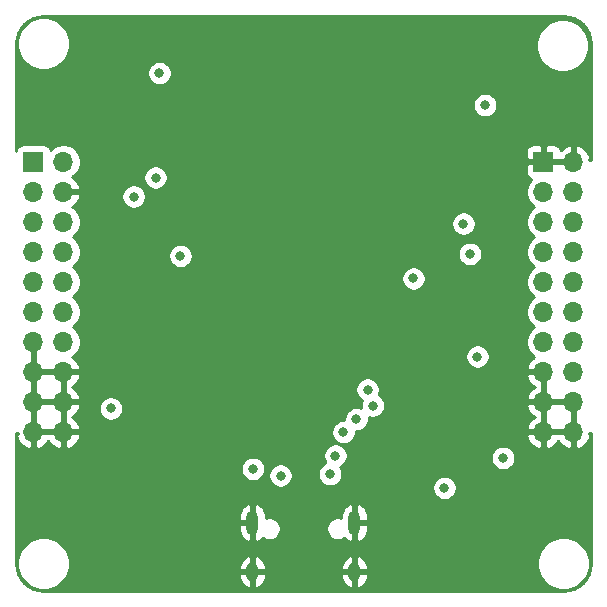
<source format=gbr>
%TF.GenerationSoftware,KiCad,Pcbnew,(5.1.12-1-10_14)*%
%TF.CreationDate,2021-12-26T14:39:33+08:00*%
%TF.ProjectId,esp32-c1_devboard,65737033-322d-4633-915f-646576626f61,rev?*%
%TF.SameCoordinates,Original*%
%TF.FileFunction,Copper,L3,Inr*%
%TF.FilePolarity,Positive*%
%FSLAX46Y46*%
G04 Gerber Fmt 4.6, Leading zero omitted, Abs format (unit mm)*
G04 Created by KiCad (PCBNEW (5.1.12-1-10_14)) date 2021-12-26 14:39:33*
%MOMM*%
%LPD*%
G01*
G04 APERTURE LIST*
%TA.AperFunction,ComponentPad*%
%ADD10O,1.700000X1.700000*%
%TD*%
%TA.AperFunction,ComponentPad*%
%ADD11R,1.700000X1.700000*%
%TD*%
%TA.AperFunction,ComponentPad*%
%ADD12O,1.000000X2.100000*%
%TD*%
%TA.AperFunction,ComponentPad*%
%ADD13O,1.000000X1.600000*%
%TD*%
%TA.AperFunction,ViaPad*%
%ADD14C,0.800000*%
%TD*%
%TA.AperFunction,Conductor*%
%ADD15C,0.254000*%
%TD*%
%TA.AperFunction,Conductor*%
%ADD16C,0.100000*%
%TD*%
G04 APERTURE END LIST*
D10*
%TO.N,GND*%
%TO.C,J3*%
X147860000Y-85860000D03*
X145320000Y-85860000D03*
X147860000Y-83320000D03*
X145320000Y-83320000D03*
%TO.N,GPIO4*%
X147860000Y-80780000D03*
%TO.N,GND*%
X145320000Y-80780000D03*
%TO.N,GPIO6*%
X147860000Y-78240000D03*
%TO.N,GPIO5*%
X145320000Y-78240000D03*
%TO.N,GPIO8*%
X147860000Y-75700000D03*
%TO.N,GPIO7*%
X145320000Y-75700000D03*
%TO.N,CHIP_PU*%
X147860000Y-73160000D03*
%TO.N,GPIO9*%
X145320000Y-73160000D03*
%TO.N,GPIO19*%
X147860000Y-70620000D03*
%TO.N,GPIO18*%
X145320000Y-70620000D03*
%TO.N,U0TXD*%
X147860000Y-68080000D03*
%TO.N,U0RXD*%
X145320000Y-68080000D03*
%TO.N,+3V3*%
X147860000Y-65540000D03*
X145320000Y-65540000D03*
%TO.N,GND*%
X147860000Y-63000000D03*
D11*
X145320000Y-63000000D03*
%TD*%
D10*
%TO.N,GND*%
%TO.C,J2*%
X104680000Y-85860000D03*
X102140000Y-85860000D03*
X104680000Y-83320000D03*
X102140000Y-83320000D03*
X104680000Y-80780000D03*
X102140000Y-80780000D03*
%TO.N,GPIO10*%
X104680000Y-78240000D03*
%TO.N,GND*%
X102140000Y-78240000D03*
%TO.N,GPIO1*%
X104680000Y-75700000D03*
%TO.N,GPIO0*%
X102140000Y-75700000D03*
%TO.N,GPIO3*%
X104680000Y-73160000D03*
%TO.N,GPIO2*%
X102140000Y-73160000D03*
%TO.N,+3V3*%
X104680000Y-70620000D03*
X102140000Y-70620000D03*
X104680000Y-68080000D03*
X102140000Y-68080000D03*
%TO.N,GND*%
X104680000Y-65540000D03*
%TO.N,+3V3*%
X102140000Y-65540000D03*
%TO.N,+5V*%
X104680000Y-63000000D03*
D11*
%TO.N,+3V3*%
X102140000Y-63000000D03*
%TD*%
D12*
%TO.N,GND*%
%TO.C,J1*%
X129320000Y-93540000D03*
X120680000Y-93540000D03*
D13*
X120680000Y-97720000D03*
X129320000Y-97720000D03*
%TD*%
D14*
%TO.N,GND*%
X133570000Y-62580000D03*
X133180000Y-52400000D03*
X112480000Y-88030000D03*
X102390000Y-90690000D03*
X137270000Y-76190000D03*
%TO.N,+3V3*%
X139100000Y-70790000D03*
X136930000Y-90610000D03*
X141910000Y-88070000D03*
X108690000Y-83880000D03*
X110630000Y-65940000D03*
X112810000Y-55480000D03*
X140390000Y-58200000D03*
%TO.N,+5V*%
X127710000Y-87880000D03*
X120730000Y-89000000D03*
%TO.N,Net-(J1-PadA5)*%
X123060000Y-89560000D03*
%TO.N,Net-(J1-PadB5)*%
X127260000Y-89440000D03*
%TO.N,GPIO9*%
X134310000Y-72870000D03*
X138540000Y-68240000D03*
%TO.N,CHIP_PU*%
X139730000Y-79490000D03*
X114580000Y-70960000D03*
X112480000Y-64340000D03*
%TO.N,U0TXD*%
X128390000Y-85880000D03*
%TO.N,GPIO19*%
X130880000Y-83640000D03*
%TO.N,GPIO18*%
X130430000Y-82290000D03*
%TO.N,U0RXD*%
X129490000Y-84790000D03*
%TD*%
D15*
%TO.N,GND*%
X147453893Y-50707670D02*
X147890498Y-50839489D01*
X148293185Y-51053600D01*
X148646612Y-51341848D01*
X148937327Y-51693261D01*
X149154242Y-52094439D01*
X149289106Y-52530113D01*
X149340000Y-53014344D01*
X149340000Y-62872998D01*
X149180156Y-62872998D01*
X149301476Y-62643110D01*
X149256825Y-62495901D01*
X149131641Y-62233080D01*
X148957588Y-61999731D01*
X148741355Y-61804822D01*
X148491252Y-61655843D01*
X148216891Y-61558519D01*
X147987000Y-61679186D01*
X147987000Y-62873000D01*
X148007000Y-62873000D01*
X148007000Y-63127000D01*
X147987000Y-63127000D01*
X147987000Y-63147000D01*
X147733000Y-63147000D01*
X147733000Y-63127000D01*
X145447000Y-63127000D01*
X145447000Y-63147000D01*
X145193000Y-63147000D01*
X145193000Y-63127000D01*
X143993750Y-63127000D01*
X143835000Y-63285750D01*
X143831928Y-63850000D01*
X143844188Y-63974482D01*
X143880498Y-64094180D01*
X143939463Y-64204494D01*
X144018815Y-64301185D01*
X144115506Y-64380537D01*
X144225820Y-64439502D01*
X144298380Y-64461513D01*
X144166525Y-64593368D01*
X144004010Y-64836589D01*
X143892068Y-65106842D01*
X143835000Y-65393740D01*
X143835000Y-65686260D01*
X143892068Y-65973158D01*
X144004010Y-66243411D01*
X144166525Y-66486632D01*
X144373368Y-66693475D01*
X144547760Y-66810000D01*
X144373368Y-66926525D01*
X144166525Y-67133368D01*
X144004010Y-67376589D01*
X143892068Y-67646842D01*
X143835000Y-67933740D01*
X143835000Y-68226260D01*
X143892068Y-68513158D01*
X144004010Y-68783411D01*
X144166525Y-69026632D01*
X144373368Y-69233475D01*
X144547760Y-69350000D01*
X144373368Y-69466525D01*
X144166525Y-69673368D01*
X144004010Y-69916589D01*
X143892068Y-70186842D01*
X143835000Y-70473740D01*
X143835000Y-70766260D01*
X143892068Y-71053158D01*
X144004010Y-71323411D01*
X144166525Y-71566632D01*
X144373368Y-71773475D01*
X144547760Y-71890000D01*
X144373368Y-72006525D01*
X144166525Y-72213368D01*
X144004010Y-72456589D01*
X143892068Y-72726842D01*
X143835000Y-73013740D01*
X143835000Y-73306260D01*
X143892068Y-73593158D01*
X144004010Y-73863411D01*
X144166525Y-74106632D01*
X144373368Y-74313475D01*
X144547760Y-74430000D01*
X144373368Y-74546525D01*
X144166525Y-74753368D01*
X144004010Y-74996589D01*
X143892068Y-75266842D01*
X143835000Y-75553740D01*
X143835000Y-75846260D01*
X143892068Y-76133158D01*
X144004010Y-76403411D01*
X144166525Y-76646632D01*
X144373368Y-76853475D01*
X144547760Y-76970000D01*
X144373368Y-77086525D01*
X144166525Y-77293368D01*
X144004010Y-77536589D01*
X143892068Y-77806842D01*
X143835000Y-78093740D01*
X143835000Y-78386260D01*
X143892068Y-78673158D01*
X144004010Y-78943411D01*
X144166525Y-79186632D01*
X144373368Y-79393475D01*
X144555534Y-79515195D01*
X144438645Y-79584822D01*
X144222412Y-79779731D01*
X144048359Y-80013080D01*
X143923175Y-80275901D01*
X143878524Y-80423110D01*
X143999845Y-80653000D01*
X145193000Y-80653000D01*
X145193000Y-80633000D01*
X145447000Y-80633000D01*
X145447000Y-80653000D01*
X145467000Y-80653000D01*
X145467000Y-80907000D01*
X145447000Y-80907000D01*
X145447000Y-83193000D01*
X147733000Y-83193000D01*
X147733000Y-83173000D01*
X147987000Y-83173000D01*
X147987000Y-83193000D01*
X148007000Y-83193000D01*
X148007000Y-83447000D01*
X147987000Y-83447000D01*
X147987000Y-85733000D01*
X148007000Y-85733000D01*
X148007000Y-85987000D01*
X147987000Y-85987000D01*
X147987000Y-87180814D01*
X148216891Y-87301481D01*
X148491252Y-87204157D01*
X148741355Y-87055178D01*
X148957588Y-86860269D01*
X149131641Y-86626920D01*
X149256825Y-86364099D01*
X149301476Y-86216890D01*
X149180156Y-85987002D01*
X149340001Y-85987002D01*
X149340001Y-96967711D01*
X149292330Y-97453894D01*
X149160512Y-97890497D01*
X148946399Y-98293186D01*
X148658150Y-98646613D01*
X148306739Y-98937327D01*
X147905564Y-99154240D01*
X147469886Y-99289106D01*
X146985664Y-99340000D01*
X103032279Y-99340000D01*
X102546106Y-99292330D01*
X102109503Y-99160512D01*
X101706814Y-98946399D01*
X101353387Y-98658150D01*
X101062673Y-98306739D01*
X100845760Y-97905564D01*
X100710894Y-97469886D01*
X100660000Y-96985664D01*
X100660000Y-96779872D01*
X100765000Y-96779872D01*
X100765000Y-97220128D01*
X100850890Y-97651925D01*
X101019369Y-98058669D01*
X101263962Y-98424729D01*
X101575271Y-98736038D01*
X101941331Y-98980631D01*
X102348075Y-99149110D01*
X102779872Y-99235000D01*
X103220128Y-99235000D01*
X103651925Y-99149110D01*
X104058669Y-98980631D01*
X104424729Y-98736038D01*
X104736038Y-98424729D01*
X104980631Y-98058669D01*
X105068307Y-97847000D01*
X119545000Y-97847000D01*
X119545000Y-98147000D01*
X119591585Y-98365987D01*
X119679997Y-98571678D01*
X119806839Y-98756169D01*
X119967236Y-98912369D01*
X120155024Y-99034276D01*
X120378126Y-99114119D01*
X120553000Y-98987954D01*
X120553000Y-97847000D01*
X120807000Y-97847000D01*
X120807000Y-98987954D01*
X120981874Y-99114119D01*
X121204976Y-99034276D01*
X121392764Y-98912369D01*
X121553161Y-98756169D01*
X121680003Y-98571678D01*
X121768415Y-98365987D01*
X121815000Y-98147000D01*
X121815000Y-97847000D01*
X128185000Y-97847000D01*
X128185000Y-98147000D01*
X128231585Y-98365987D01*
X128319997Y-98571678D01*
X128446839Y-98756169D01*
X128607236Y-98912369D01*
X128795024Y-99034276D01*
X129018126Y-99114119D01*
X129193000Y-98987954D01*
X129193000Y-97847000D01*
X129447000Y-97847000D01*
X129447000Y-98987954D01*
X129621874Y-99114119D01*
X129844976Y-99034276D01*
X130032764Y-98912369D01*
X130193161Y-98756169D01*
X130320003Y-98571678D01*
X130408415Y-98365987D01*
X130455000Y-98147000D01*
X130455000Y-97847000D01*
X129447000Y-97847000D01*
X129193000Y-97847000D01*
X128185000Y-97847000D01*
X121815000Y-97847000D01*
X120807000Y-97847000D01*
X120553000Y-97847000D01*
X119545000Y-97847000D01*
X105068307Y-97847000D01*
X105149110Y-97651925D01*
X105220504Y-97293000D01*
X119545000Y-97293000D01*
X119545000Y-97593000D01*
X120553000Y-97593000D01*
X120553000Y-96452046D01*
X120807000Y-96452046D01*
X120807000Y-97593000D01*
X121815000Y-97593000D01*
X121815000Y-97293000D01*
X128185000Y-97293000D01*
X128185000Y-97593000D01*
X129193000Y-97593000D01*
X129193000Y-96452046D01*
X129447000Y-96452046D01*
X129447000Y-97593000D01*
X130455000Y-97593000D01*
X130455000Y-97293000D01*
X130408415Y-97074013D01*
X130320003Y-96868322D01*
X130259192Y-96779872D01*
X144765000Y-96779872D01*
X144765000Y-97220128D01*
X144850890Y-97651925D01*
X145019369Y-98058669D01*
X145263962Y-98424729D01*
X145575271Y-98736038D01*
X145941331Y-98980631D01*
X146348075Y-99149110D01*
X146779872Y-99235000D01*
X147220128Y-99235000D01*
X147651925Y-99149110D01*
X148058669Y-98980631D01*
X148424729Y-98736038D01*
X148736038Y-98424729D01*
X148980631Y-98058669D01*
X149149110Y-97651925D01*
X149235000Y-97220128D01*
X149235000Y-96779872D01*
X149149110Y-96348075D01*
X148980631Y-95941331D01*
X148736038Y-95575271D01*
X148424729Y-95263962D01*
X148058669Y-95019369D01*
X147651925Y-94850890D01*
X147220128Y-94765000D01*
X146779872Y-94765000D01*
X146348075Y-94850890D01*
X145941331Y-95019369D01*
X145575271Y-95263962D01*
X145263962Y-95575271D01*
X145019369Y-95941331D01*
X144850890Y-96348075D01*
X144765000Y-96779872D01*
X130259192Y-96779872D01*
X130193161Y-96683831D01*
X130032764Y-96527631D01*
X129844976Y-96405724D01*
X129621874Y-96325881D01*
X129447000Y-96452046D01*
X129193000Y-96452046D01*
X129018126Y-96325881D01*
X128795024Y-96405724D01*
X128607236Y-96527631D01*
X128446839Y-96683831D01*
X128319997Y-96868322D01*
X128231585Y-97074013D01*
X128185000Y-97293000D01*
X121815000Y-97293000D01*
X121768415Y-97074013D01*
X121680003Y-96868322D01*
X121553161Y-96683831D01*
X121392764Y-96527631D01*
X121204976Y-96405724D01*
X120981874Y-96325881D01*
X120807000Y-96452046D01*
X120553000Y-96452046D01*
X120378126Y-96325881D01*
X120155024Y-96405724D01*
X119967236Y-96527631D01*
X119806839Y-96683831D01*
X119679997Y-96868322D01*
X119591585Y-97074013D01*
X119545000Y-97293000D01*
X105220504Y-97293000D01*
X105235000Y-97220128D01*
X105235000Y-96779872D01*
X105149110Y-96348075D01*
X104980631Y-95941331D01*
X104736038Y-95575271D01*
X104424729Y-95263962D01*
X104058669Y-95019369D01*
X103651925Y-94850890D01*
X103220128Y-94765000D01*
X102779872Y-94765000D01*
X102348075Y-94850890D01*
X101941331Y-95019369D01*
X101575271Y-95263962D01*
X101263962Y-95575271D01*
X101019369Y-95941331D01*
X100850890Y-96348075D01*
X100765000Y-96779872D01*
X100660000Y-96779872D01*
X100660000Y-93667000D01*
X119545000Y-93667000D01*
X119545000Y-94217000D01*
X119591585Y-94435987D01*
X119679997Y-94641678D01*
X119806839Y-94826169D01*
X119967236Y-94982369D01*
X120155024Y-95104276D01*
X120378126Y-95184119D01*
X120553000Y-95057954D01*
X120553000Y-93667000D01*
X119545000Y-93667000D01*
X100660000Y-93667000D01*
X100660000Y-92863000D01*
X119545000Y-92863000D01*
X119545000Y-93413000D01*
X120553000Y-93413000D01*
X120553000Y-92022046D01*
X120807000Y-92022046D01*
X120807000Y-93413000D01*
X120827000Y-93413000D01*
X120827000Y-93667000D01*
X120807000Y-93667000D01*
X120807000Y-95057954D01*
X120981874Y-95184119D01*
X121204976Y-95104276D01*
X121392764Y-94982369D01*
X121537116Y-94841794D01*
X121655269Y-94920741D01*
X121829978Y-94993108D01*
X122015448Y-95030000D01*
X122204552Y-95030000D01*
X122390022Y-94993108D01*
X122564731Y-94920741D01*
X122721964Y-94815681D01*
X122855681Y-94681964D01*
X122960741Y-94524731D01*
X123033108Y-94350022D01*
X123070000Y-94164552D01*
X123070000Y-93975448D01*
X126930000Y-93975448D01*
X126930000Y-94164552D01*
X126966892Y-94350022D01*
X127039259Y-94524731D01*
X127144319Y-94681964D01*
X127278036Y-94815681D01*
X127435269Y-94920741D01*
X127609978Y-94993108D01*
X127795448Y-95030000D01*
X127984552Y-95030000D01*
X128170022Y-94993108D01*
X128344731Y-94920741D01*
X128462884Y-94841794D01*
X128607236Y-94982369D01*
X128795024Y-95104276D01*
X129018126Y-95184119D01*
X129193000Y-95057954D01*
X129193000Y-93667000D01*
X129447000Y-93667000D01*
X129447000Y-95057954D01*
X129621874Y-95184119D01*
X129844976Y-95104276D01*
X130032764Y-94982369D01*
X130193161Y-94826169D01*
X130320003Y-94641678D01*
X130408415Y-94435987D01*
X130455000Y-94217000D01*
X130455000Y-93667000D01*
X129447000Y-93667000D01*
X129193000Y-93667000D01*
X129173000Y-93667000D01*
X129173000Y-93413000D01*
X129193000Y-93413000D01*
X129193000Y-92022046D01*
X129447000Y-92022046D01*
X129447000Y-93413000D01*
X130455000Y-93413000D01*
X130455000Y-92863000D01*
X130408415Y-92644013D01*
X130320003Y-92438322D01*
X130193161Y-92253831D01*
X130032764Y-92097631D01*
X129844976Y-91975724D01*
X129621874Y-91895881D01*
X129447000Y-92022046D01*
X129193000Y-92022046D01*
X129018126Y-91895881D01*
X128795024Y-91975724D01*
X128607236Y-92097631D01*
X128446839Y-92253831D01*
X128319997Y-92438322D01*
X128231585Y-92644013D01*
X128185000Y-92863000D01*
X128185000Y-93153096D01*
X128170022Y-93146892D01*
X127984552Y-93110000D01*
X127795448Y-93110000D01*
X127609978Y-93146892D01*
X127435269Y-93219259D01*
X127278036Y-93324319D01*
X127144319Y-93458036D01*
X127039259Y-93615269D01*
X126966892Y-93789978D01*
X126930000Y-93975448D01*
X123070000Y-93975448D01*
X123033108Y-93789978D01*
X122960741Y-93615269D01*
X122855681Y-93458036D01*
X122721964Y-93324319D01*
X122564731Y-93219259D01*
X122390022Y-93146892D01*
X122204552Y-93110000D01*
X122015448Y-93110000D01*
X121829978Y-93146892D01*
X121815000Y-93153096D01*
X121815000Y-92863000D01*
X121768415Y-92644013D01*
X121680003Y-92438322D01*
X121553161Y-92253831D01*
X121392764Y-92097631D01*
X121204976Y-91975724D01*
X120981874Y-91895881D01*
X120807000Y-92022046D01*
X120553000Y-92022046D01*
X120378126Y-91895881D01*
X120155024Y-91975724D01*
X119967236Y-92097631D01*
X119806839Y-92253831D01*
X119679997Y-92438322D01*
X119591585Y-92644013D01*
X119545000Y-92863000D01*
X100660000Y-92863000D01*
X100660000Y-88898061D01*
X119695000Y-88898061D01*
X119695000Y-89101939D01*
X119734774Y-89301898D01*
X119812795Y-89490256D01*
X119926063Y-89659774D01*
X120070226Y-89803937D01*
X120239744Y-89917205D01*
X120428102Y-89995226D01*
X120628061Y-90035000D01*
X120831939Y-90035000D01*
X121031898Y-89995226D01*
X121220256Y-89917205D01*
X121389774Y-89803937D01*
X121533937Y-89659774D01*
X121647205Y-89490256D01*
X121660540Y-89458061D01*
X122025000Y-89458061D01*
X122025000Y-89661939D01*
X122064774Y-89861898D01*
X122142795Y-90050256D01*
X122256063Y-90219774D01*
X122400226Y-90363937D01*
X122569744Y-90477205D01*
X122758102Y-90555226D01*
X122958061Y-90595000D01*
X123161939Y-90595000D01*
X123361898Y-90555226D01*
X123475763Y-90508061D01*
X135895000Y-90508061D01*
X135895000Y-90711939D01*
X135934774Y-90911898D01*
X136012795Y-91100256D01*
X136126063Y-91269774D01*
X136270226Y-91413937D01*
X136439744Y-91527205D01*
X136628102Y-91605226D01*
X136828061Y-91645000D01*
X137031939Y-91645000D01*
X137231898Y-91605226D01*
X137420256Y-91527205D01*
X137589774Y-91413937D01*
X137733937Y-91269774D01*
X137847205Y-91100256D01*
X137925226Y-90911898D01*
X137965000Y-90711939D01*
X137965000Y-90508061D01*
X137925226Y-90308102D01*
X137847205Y-90119744D01*
X137733937Y-89950226D01*
X137589774Y-89806063D01*
X137420256Y-89692795D01*
X137231898Y-89614774D01*
X137031939Y-89575000D01*
X136828061Y-89575000D01*
X136628102Y-89614774D01*
X136439744Y-89692795D01*
X136270226Y-89806063D01*
X136126063Y-89950226D01*
X136012795Y-90119744D01*
X135934774Y-90308102D01*
X135895000Y-90508061D01*
X123475763Y-90508061D01*
X123550256Y-90477205D01*
X123719774Y-90363937D01*
X123863937Y-90219774D01*
X123977205Y-90050256D01*
X124055226Y-89861898D01*
X124095000Y-89661939D01*
X124095000Y-89458061D01*
X124071131Y-89338061D01*
X126225000Y-89338061D01*
X126225000Y-89541939D01*
X126264774Y-89741898D01*
X126342795Y-89930256D01*
X126456063Y-90099774D01*
X126600226Y-90243937D01*
X126769744Y-90357205D01*
X126958102Y-90435226D01*
X127158061Y-90475000D01*
X127361939Y-90475000D01*
X127561898Y-90435226D01*
X127750256Y-90357205D01*
X127919774Y-90243937D01*
X128063937Y-90099774D01*
X128177205Y-89930256D01*
X128255226Y-89741898D01*
X128295000Y-89541939D01*
X128295000Y-89338061D01*
X128255226Y-89138102D01*
X128177205Y-88949744D01*
X128102373Y-88837750D01*
X128200256Y-88797205D01*
X128369774Y-88683937D01*
X128513937Y-88539774D01*
X128627205Y-88370256D01*
X128705226Y-88181898D01*
X128745000Y-87981939D01*
X128745000Y-87968061D01*
X140875000Y-87968061D01*
X140875000Y-88171939D01*
X140914774Y-88371898D01*
X140992795Y-88560256D01*
X141106063Y-88729774D01*
X141250226Y-88873937D01*
X141419744Y-88987205D01*
X141608102Y-89065226D01*
X141808061Y-89105000D01*
X142011939Y-89105000D01*
X142211898Y-89065226D01*
X142400256Y-88987205D01*
X142569774Y-88873937D01*
X142713937Y-88729774D01*
X142827205Y-88560256D01*
X142905226Y-88371898D01*
X142945000Y-88171939D01*
X142945000Y-87968061D01*
X142905226Y-87768102D01*
X142827205Y-87579744D01*
X142713937Y-87410226D01*
X142569774Y-87266063D01*
X142400256Y-87152795D01*
X142211898Y-87074774D01*
X142011939Y-87035000D01*
X141808061Y-87035000D01*
X141608102Y-87074774D01*
X141419744Y-87152795D01*
X141250226Y-87266063D01*
X141106063Y-87410226D01*
X140992795Y-87579744D01*
X140914774Y-87768102D01*
X140875000Y-87968061D01*
X128745000Y-87968061D01*
X128745000Y-87778061D01*
X128705226Y-87578102D01*
X128627205Y-87389744D01*
X128513937Y-87220226D01*
X128369774Y-87076063D01*
X128200256Y-86962795D01*
X128011898Y-86884774D01*
X127811939Y-86845000D01*
X127608061Y-86845000D01*
X127408102Y-86884774D01*
X127219744Y-86962795D01*
X127050226Y-87076063D01*
X126906063Y-87220226D01*
X126792795Y-87389744D01*
X126714774Y-87578102D01*
X126675000Y-87778061D01*
X126675000Y-87981939D01*
X126714774Y-88181898D01*
X126792795Y-88370256D01*
X126867627Y-88482250D01*
X126769744Y-88522795D01*
X126600226Y-88636063D01*
X126456063Y-88780226D01*
X126342795Y-88949744D01*
X126264774Y-89138102D01*
X126225000Y-89338061D01*
X124071131Y-89338061D01*
X124055226Y-89258102D01*
X123977205Y-89069744D01*
X123863937Y-88900226D01*
X123719774Y-88756063D01*
X123550256Y-88642795D01*
X123361898Y-88564774D01*
X123161939Y-88525000D01*
X122958061Y-88525000D01*
X122758102Y-88564774D01*
X122569744Y-88642795D01*
X122400226Y-88756063D01*
X122256063Y-88900226D01*
X122142795Y-89069744D01*
X122064774Y-89258102D01*
X122025000Y-89458061D01*
X121660540Y-89458061D01*
X121725226Y-89301898D01*
X121765000Y-89101939D01*
X121765000Y-88898061D01*
X121725226Y-88698102D01*
X121647205Y-88509744D01*
X121533937Y-88340226D01*
X121389774Y-88196063D01*
X121220256Y-88082795D01*
X121031898Y-88004774D01*
X120831939Y-87965000D01*
X120628061Y-87965000D01*
X120428102Y-88004774D01*
X120239744Y-88082795D01*
X120070226Y-88196063D01*
X119926063Y-88340226D01*
X119812795Y-88509744D01*
X119734774Y-88698102D01*
X119695000Y-88898061D01*
X100660000Y-88898061D01*
X100660000Y-85987002D01*
X100819844Y-85987002D01*
X100698524Y-86216890D01*
X100743175Y-86364099D01*
X100868359Y-86626920D01*
X101042412Y-86860269D01*
X101258645Y-87055178D01*
X101508748Y-87204157D01*
X101783109Y-87301481D01*
X102013000Y-87180814D01*
X102013000Y-85987000D01*
X102267000Y-85987000D01*
X102267000Y-87180814D01*
X102496891Y-87301481D01*
X102771252Y-87204157D01*
X103021355Y-87055178D01*
X103237588Y-86860269D01*
X103410000Y-86629120D01*
X103582412Y-86860269D01*
X103798645Y-87055178D01*
X104048748Y-87204157D01*
X104323109Y-87301481D01*
X104553000Y-87180814D01*
X104553000Y-85987000D01*
X104807000Y-85987000D01*
X104807000Y-87180814D01*
X105036891Y-87301481D01*
X105311252Y-87204157D01*
X105561355Y-87055178D01*
X105777588Y-86860269D01*
X105951641Y-86626920D01*
X106076825Y-86364099D01*
X106121476Y-86216890D01*
X106000155Y-85987000D01*
X104807000Y-85987000D01*
X104553000Y-85987000D01*
X102267000Y-85987000D01*
X102013000Y-85987000D01*
X101993000Y-85987000D01*
X101993000Y-85778061D01*
X127355000Y-85778061D01*
X127355000Y-85981939D01*
X127394774Y-86181898D01*
X127472795Y-86370256D01*
X127586063Y-86539774D01*
X127730226Y-86683937D01*
X127899744Y-86797205D01*
X128088102Y-86875226D01*
X128288061Y-86915000D01*
X128491939Y-86915000D01*
X128691898Y-86875226D01*
X128880256Y-86797205D01*
X129049774Y-86683937D01*
X129193937Y-86539774D01*
X129307205Y-86370256D01*
X129370731Y-86216890D01*
X143878524Y-86216890D01*
X143923175Y-86364099D01*
X144048359Y-86626920D01*
X144222412Y-86860269D01*
X144438645Y-87055178D01*
X144688748Y-87204157D01*
X144963109Y-87301481D01*
X145193000Y-87180814D01*
X145193000Y-85987000D01*
X145447000Y-85987000D01*
X145447000Y-87180814D01*
X145676891Y-87301481D01*
X145951252Y-87204157D01*
X146201355Y-87055178D01*
X146417588Y-86860269D01*
X146590000Y-86629120D01*
X146762412Y-86860269D01*
X146978645Y-87055178D01*
X147228748Y-87204157D01*
X147503109Y-87301481D01*
X147733000Y-87180814D01*
X147733000Y-85987000D01*
X145447000Y-85987000D01*
X145193000Y-85987000D01*
X143999845Y-85987000D01*
X143878524Y-86216890D01*
X129370731Y-86216890D01*
X129385226Y-86181898D01*
X129425000Y-85981939D01*
X129425000Y-85825000D01*
X129591939Y-85825000D01*
X129791898Y-85785226D01*
X129980256Y-85707205D01*
X130149774Y-85593937D01*
X130293937Y-85449774D01*
X130407205Y-85280256D01*
X130485226Y-85091898D01*
X130525000Y-84891939D01*
X130525000Y-84688061D01*
X130508779Y-84606511D01*
X130578102Y-84635226D01*
X130778061Y-84675000D01*
X130981939Y-84675000D01*
X131181898Y-84635226D01*
X131370256Y-84557205D01*
X131539774Y-84443937D01*
X131683937Y-84299774D01*
X131797205Y-84130256D01*
X131875226Y-83941898D01*
X131915000Y-83741939D01*
X131915000Y-83676890D01*
X143878524Y-83676890D01*
X143923175Y-83824099D01*
X144048359Y-84086920D01*
X144222412Y-84320269D01*
X144438645Y-84515178D01*
X144564255Y-84590000D01*
X144438645Y-84664822D01*
X144222412Y-84859731D01*
X144048359Y-85093080D01*
X143923175Y-85355901D01*
X143878524Y-85503110D01*
X143999845Y-85733000D01*
X145193000Y-85733000D01*
X145193000Y-83447000D01*
X145447000Y-83447000D01*
X145447000Y-85733000D01*
X147733000Y-85733000D01*
X147733000Y-83447000D01*
X145447000Y-83447000D01*
X145193000Y-83447000D01*
X143999845Y-83447000D01*
X143878524Y-83676890D01*
X131915000Y-83676890D01*
X131915000Y-83538061D01*
X131875226Y-83338102D01*
X131797205Y-83149744D01*
X131683937Y-82980226D01*
X131539774Y-82836063D01*
X131370844Y-82723188D01*
X131425226Y-82591898D01*
X131465000Y-82391939D01*
X131465000Y-82188061D01*
X131425226Y-81988102D01*
X131347205Y-81799744D01*
X131233937Y-81630226D01*
X131089774Y-81486063D01*
X130920256Y-81372795D01*
X130731898Y-81294774D01*
X130531939Y-81255000D01*
X130328061Y-81255000D01*
X130128102Y-81294774D01*
X129939744Y-81372795D01*
X129770226Y-81486063D01*
X129626063Y-81630226D01*
X129512795Y-81799744D01*
X129434774Y-81988102D01*
X129395000Y-82188061D01*
X129395000Y-82391939D01*
X129434774Y-82591898D01*
X129512795Y-82780256D01*
X129626063Y-82949774D01*
X129770226Y-83093937D01*
X129939156Y-83206812D01*
X129884774Y-83338102D01*
X129845000Y-83538061D01*
X129845000Y-83741939D01*
X129861221Y-83823489D01*
X129791898Y-83794774D01*
X129591939Y-83755000D01*
X129388061Y-83755000D01*
X129188102Y-83794774D01*
X128999744Y-83872795D01*
X128830226Y-83986063D01*
X128686063Y-84130226D01*
X128572795Y-84299744D01*
X128494774Y-84488102D01*
X128455000Y-84688061D01*
X128455000Y-84845000D01*
X128288061Y-84845000D01*
X128088102Y-84884774D01*
X127899744Y-84962795D01*
X127730226Y-85076063D01*
X127586063Y-85220226D01*
X127472795Y-85389744D01*
X127394774Y-85578102D01*
X127355000Y-85778061D01*
X101993000Y-85778061D01*
X101993000Y-85733000D01*
X102013000Y-85733000D01*
X102013000Y-83447000D01*
X102267000Y-83447000D01*
X102267000Y-85733000D01*
X104553000Y-85733000D01*
X104553000Y-83447000D01*
X104807000Y-83447000D01*
X104807000Y-85733000D01*
X106000155Y-85733000D01*
X106121476Y-85503110D01*
X106076825Y-85355901D01*
X105951641Y-85093080D01*
X105777588Y-84859731D01*
X105561355Y-84664822D01*
X105435745Y-84590000D01*
X105561355Y-84515178D01*
X105777588Y-84320269D01*
X105951641Y-84086920D01*
X106076825Y-83824099D01*
X106090789Y-83778061D01*
X107655000Y-83778061D01*
X107655000Y-83981939D01*
X107694774Y-84181898D01*
X107772795Y-84370256D01*
X107886063Y-84539774D01*
X108030226Y-84683937D01*
X108199744Y-84797205D01*
X108388102Y-84875226D01*
X108588061Y-84915000D01*
X108791939Y-84915000D01*
X108991898Y-84875226D01*
X109180256Y-84797205D01*
X109349774Y-84683937D01*
X109493937Y-84539774D01*
X109607205Y-84370256D01*
X109685226Y-84181898D01*
X109725000Y-83981939D01*
X109725000Y-83778061D01*
X109685226Y-83578102D01*
X109607205Y-83389744D01*
X109493937Y-83220226D01*
X109349774Y-83076063D01*
X109180256Y-82962795D01*
X108991898Y-82884774D01*
X108791939Y-82845000D01*
X108588061Y-82845000D01*
X108388102Y-82884774D01*
X108199744Y-82962795D01*
X108030226Y-83076063D01*
X107886063Y-83220226D01*
X107772795Y-83389744D01*
X107694774Y-83578102D01*
X107655000Y-83778061D01*
X106090789Y-83778061D01*
X106121476Y-83676890D01*
X106000155Y-83447000D01*
X104807000Y-83447000D01*
X104553000Y-83447000D01*
X102267000Y-83447000D01*
X102013000Y-83447000D01*
X101993000Y-83447000D01*
X101993000Y-83193000D01*
X102013000Y-83193000D01*
X102013000Y-80907000D01*
X102267000Y-80907000D01*
X102267000Y-83193000D01*
X104553000Y-83193000D01*
X104553000Y-80907000D01*
X104807000Y-80907000D01*
X104807000Y-83193000D01*
X106000155Y-83193000D01*
X106121476Y-82963110D01*
X106076825Y-82815901D01*
X105951641Y-82553080D01*
X105777588Y-82319731D01*
X105561355Y-82124822D01*
X105435745Y-82050000D01*
X105561355Y-81975178D01*
X105777588Y-81780269D01*
X105951641Y-81546920D01*
X106076825Y-81284099D01*
X106121476Y-81136890D01*
X143878524Y-81136890D01*
X143923175Y-81284099D01*
X144048359Y-81546920D01*
X144222412Y-81780269D01*
X144438645Y-81975178D01*
X144564255Y-82050000D01*
X144438645Y-82124822D01*
X144222412Y-82319731D01*
X144048359Y-82553080D01*
X143923175Y-82815901D01*
X143878524Y-82963110D01*
X143999845Y-83193000D01*
X145193000Y-83193000D01*
X145193000Y-80907000D01*
X143999845Y-80907000D01*
X143878524Y-81136890D01*
X106121476Y-81136890D01*
X106000155Y-80907000D01*
X104807000Y-80907000D01*
X104553000Y-80907000D01*
X102267000Y-80907000D01*
X102013000Y-80907000D01*
X101993000Y-80907000D01*
X101993000Y-80653000D01*
X102013000Y-80653000D01*
X102013000Y-78367000D01*
X101993000Y-78367000D01*
X101993000Y-78113000D01*
X102013000Y-78113000D01*
X102013000Y-78093000D01*
X102267000Y-78093000D01*
X102267000Y-78113000D01*
X102287000Y-78113000D01*
X102287000Y-78367000D01*
X102267000Y-78367000D01*
X102267000Y-80653000D01*
X104553000Y-80653000D01*
X104553000Y-80633000D01*
X104807000Y-80633000D01*
X104807000Y-80653000D01*
X106000155Y-80653000D01*
X106121476Y-80423110D01*
X106076825Y-80275901D01*
X105951641Y-80013080D01*
X105777588Y-79779731D01*
X105561355Y-79584822D01*
X105444466Y-79515195D01*
X105626632Y-79393475D01*
X105632046Y-79388061D01*
X138695000Y-79388061D01*
X138695000Y-79591939D01*
X138734774Y-79791898D01*
X138812795Y-79980256D01*
X138926063Y-80149774D01*
X139070226Y-80293937D01*
X139239744Y-80407205D01*
X139428102Y-80485226D01*
X139628061Y-80525000D01*
X139831939Y-80525000D01*
X140031898Y-80485226D01*
X140220256Y-80407205D01*
X140389774Y-80293937D01*
X140533937Y-80149774D01*
X140647205Y-79980256D01*
X140725226Y-79791898D01*
X140765000Y-79591939D01*
X140765000Y-79388061D01*
X140725226Y-79188102D01*
X140647205Y-78999744D01*
X140533937Y-78830226D01*
X140389774Y-78686063D01*
X140220256Y-78572795D01*
X140031898Y-78494774D01*
X139831939Y-78455000D01*
X139628061Y-78455000D01*
X139428102Y-78494774D01*
X139239744Y-78572795D01*
X139070226Y-78686063D01*
X138926063Y-78830226D01*
X138812795Y-78999744D01*
X138734774Y-79188102D01*
X138695000Y-79388061D01*
X105632046Y-79388061D01*
X105833475Y-79186632D01*
X105995990Y-78943411D01*
X106107932Y-78673158D01*
X106165000Y-78386260D01*
X106165000Y-78093740D01*
X106107932Y-77806842D01*
X105995990Y-77536589D01*
X105833475Y-77293368D01*
X105626632Y-77086525D01*
X105452240Y-76970000D01*
X105626632Y-76853475D01*
X105833475Y-76646632D01*
X105995990Y-76403411D01*
X106107932Y-76133158D01*
X106165000Y-75846260D01*
X106165000Y-75553740D01*
X106107932Y-75266842D01*
X105995990Y-74996589D01*
X105833475Y-74753368D01*
X105626632Y-74546525D01*
X105452240Y-74430000D01*
X105626632Y-74313475D01*
X105833475Y-74106632D01*
X105995990Y-73863411D01*
X106107932Y-73593158D01*
X106165000Y-73306260D01*
X106165000Y-73013740D01*
X106116132Y-72768061D01*
X133275000Y-72768061D01*
X133275000Y-72971939D01*
X133314774Y-73171898D01*
X133392795Y-73360256D01*
X133506063Y-73529774D01*
X133650226Y-73673937D01*
X133819744Y-73787205D01*
X134008102Y-73865226D01*
X134208061Y-73905000D01*
X134411939Y-73905000D01*
X134611898Y-73865226D01*
X134800256Y-73787205D01*
X134969774Y-73673937D01*
X135113937Y-73529774D01*
X135227205Y-73360256D01*
X135305226Y-73171898D01*
X135345000Y-72971939D01*
X135345000Y-72768061D01*
X135305226Y-72568102D01*
X135227205Y-72379744D01*
X135113937Y-72210226D01*
X134969774Y-72066063D01*
X134800256Y-71952795D01*
X134611898Y-71874774D01*
X134411939Y-71835000D01*
X134208061Y-71835000D01*
X134008102Y-71874774D01*
X133819744Y-71952795D01*
X133650226Y-72066063D01*
X133506063Y-72210226D01*
X133392795Y-72379744D01*
X133314774Y-72568102D01*
X133275000Y-72768061D01*
X106116132Y-72768061D01*
X106107932Y-72726842D01*
X105995990Y-72456589D01*
X105833475Y-72213368D01*
X105626632Y-72006525D01*
X105452240Y-71890000D01*
X105626632Y-71773475D01*
X105833475Y-71566632D01*
X105995990Y-71323411D01*
X106107932Y-71053158D01*
X106146739Y-70858061D01*
X113545000Y-70858061D01*
X113545000Y-71061939D01*
X113584774Y-71261898D01*
X113662795Y-71450256D01*
X113776063Y-71619774D01*
X113920226Y-71763937D01*
X114089744Y-71877205D01*
X114278102Y-71955226D01*
X114478061Y-71995000D01*
X114681939Y-71995000D01*
X114881898Y-71955226D01*
X115070256Y-71877205D01*
X115239774Y-71763937D01*
X115383937Y-71619774D01*
X115497205Y-71450256D01*
X115575226Y-71261898D01*
X115615000Y-71061939D01*
X115615000Y-70858061D01*
X115581186Y-70688061D01*
X138065000Y-70688061D01*
X138065000Y-70891939D01*
X138104774Y-71091898D01*
X138182795Y-71280256D01*
X138296063Y-71449774D01*
X138440226Y-71593937D01*
X138609744Y-71707205D01*
X138798102Y-71785226D01*
X138998061Y-71825000D01*
X139201939Y-71825000D01*
X139401898Y-71785226D01*
X139590256Y-71707205D01*
X139759774Y-71593937D01*
X139903937Y-71449774D01*
X140017205Y-71280256D01*
X140095226Y-71091898D01*
X140135000Y-70891939D01*
X140135000Y-70688061D01*
X140095226Y-70488102D01*
X140017205Y-70299744D01*
X139903937Y-70130226D01*
X139759774Y-69986063D01*
X139590256Y-69872795D01*
X139401898Y-69794774D01*
X139201939Y-69755000D01*
X138998061Y-69755000D01*
X138798102Y-69794774D01*
X138609744Y-69872795D01*
X138440226Y-69986063D01*
X138296063Y-70130226D01*
X138182795Y-70299744D01*
X138104774Y-70488102D01*
X138065000Y-70688061D01*
X115581186Y-70688061D01*
X115575226Y-70658102D01*
X115497205Y-70469744D01*
X115383937Y-70300226D01*
X115239774Y-70156063D01*
X115070256Y-70042795D01*
X114881898Y-69964774D01*
X114681939Y-69925000D01*
X114478061Y-69925000D01*
X114278102Y-69964774D01*
X114089744Y-70042795D01*
X113920226Y-70156063D01*
X113776063Y-70300226D01*
X113662795Y-70469744D01*
X113584774Y-70658102D01*
X113545000Y-70858061D01*
X106146739Y-70858061D01*
X106165000Y-70766260D01*
X106165000Y-70473740D01*
X106107932Y-70186842D01*
X105995990Y-69916589D01*
X105833475Y-69673368D01*
X105626632Y-69466525D01*
X105452240Y-69350000D01*
X105626632Y-69233475D01*
X105833475Y-69026632D01*
X105995990Y-68783411D01*
X106107932Y-68513158D01*
X106165000Y-68226260D01*
X106165000Y-68138061D01*
X137505000Y-68138061D01*
X137505000Y-68341939D01*
X137544774Y-68541898D01*
X137622795Y-68730256D01*
X137736063Y-68899774D01*
X137880226Y-69043937D01*
X138049744Y-69157205D01*
X138238102Y-69235226D01*
X138438061Y-69275000D01*
X138641939Y-69275000D01*
X138841898Y-69235226D01*
X139030256Y-69157205D01*
X139199774Y-69043937D01*
X139343937Y-68899774D01*
X139457205Y-68730256D01*
X139535226Y-68541898D01*
X139575000Y-68341939D01*
X139575000Y-68138061D01*
X139535226Y-67938102D01*
X139457205Y-67749744D01*
X139343937Y-67580226D01*
X139199774Y-67436063D01*
X139030256Y-67322795D01*
X138841898Y-67244774D01*
X138641939Y-67205000D01*
X138438061Y-67205000D01*
X138238102Y-67244774D01*
X138049744Y-67322795D01*
X137880226Y-67436063D01*
X137736063Y-67580226D01*
X137622795Y-67749744D01*
X137544774Y-67938102D01*
X137505000Y-68138061D01*
X106165000Y-68138061D01*
X106165000Y-67933740D01*
X106107932Y-67646842D01*
X105995990Y-67376589D01*
X105833475Y-67133368D01*
X105626632Y-66926525D01*
X105444466Y-66804805D01*
X105561355Y-66735178D01*
X105777588Y-66540269D01*
X105951641Y-66306920D01*
X106076825Y-66044099D01*
X106121476Y-65896890D01*
X106090430Y-65838061D01*
X109595000Y-65838061D01*
X109595000Y-66041939D01*
X109634774Y-66241898D01*
X109712795Y-66430256D01*
X109826063Y-66599774D01*
X109970226Y-66743937D01*
X110139744Y-66857205D01*
X110328102Y-66935226D01*
X110528061Y-66975000D01*
X110731939Y-66975000D01*
X110931898Y-66935226D01*
X111120256Y-66857205D01*
X111289774Y-66743937D01*
X111433937Y-66599774D01*
X111547205Y-66430256D01*
X111625226Y-66241898D01*
X111665000Y-66041939D01*
X111665000Y-65838061D01*
X111625226Y-65638102D01*
X111547205Y-65449744D01*
X111433937Y-65280226D01*
X111289774Y-65136063D01*
X111120256Y-65022795D01*
X110931898Y-64944774D01*
X110731939Y-64905000D01*
X110528061Y-64905000D01*
X110328102Y-64944774D01*
X110139744Y-65022795D01*
X109970226Y-65136063D01*
X109826063Y-65280226D01*
X109712795Y-65449744D01*
X109634774Y-65638102D01*
X109595000Y-65838061D01*
X106090430Y-65838061D01*
X106000155Y-65667000D01*
X104807000Y-65667000D01*
X104807000Y-65687000D01*
X104553000Y-65687000D01*
X104553000Y-65667000D01*
X104533000Y-65667000D01*
X104533000Y-65413000D01*
X104553000Y-65413000D01*
X104553000Y-65393000D01*
X104807000Y-65393000D01*
X104807000Y-65413000D01*
X106000155Y-65413000D01*
X106121476Y-65183110D01*
X106076825Y-65035901D01*
X105951641Y-64773080D01*
X105777588Y-64539731D01*
X105561355Y-64344822D01*
X105444466Y-64275195D01*
X105500040Y-64238061D01*
X111445000Y-64238061D01*
X111445000Y-64441939D01*
X111484774Y-64641898D01*
X111562795Y-64830256D01*
X111676063Y-64999774D01*
X111820226Y-65143937D01*
X111989744Y-65257205D01*
X112178102Y-65335226D01*
X112378061Y-65375000D01*
X112581939Y-65375000D01*
X112781898Y-65335226D01*
X112970256Y-65257205D01*
X113139774Y-65143937D01*
X113283937Y-64999774D01*
X113397205Y-64830256D01*
X113475226Y-64641898D01*
X113515000Y-64441939D01*
X113515000Y-64238061D01*
X113475226Y-64038102D01*
X113397205Y-63849744D01*
X113283937Y-63680226D01*
X113139774Y-63536063D01*
X112970256Y-63422795D01*
X112781898Y-63344774D01*
X112581939Y-63305000D01*
X112378061Y-63305000D01*
X112178102Y-63344774D01*
X111989744Y-63422795D01*
X111820226Y-63536063D01*
X111676063Y-63680226D01*
X111562795Y-63849744D01*
X111484774Y-64038102D01*
X111445000Y-64238061D01*
X105500040Y-64238061D01*
X105626632Y-64153475D01*
X105833475Y-63946632D01*
X105995990Y-63703411D01*
X106107932Y-63433158D01*
X106165000Y-63146260D01*
X106165000Y-62853740D01*
X106107932Y-62566842D01*
X105995990Y-62296589D01*
X105898043Y-62150000D01*
X143831928Y-62150000D01*
X143835000Y-62714250D01*
X143993750Y-62873000D01*
X145193000Y-62873000D01*
X145193000Y-61673750D01*
X145447000Y-61673750D01*
X145447000Y-62873000D01*
X147733000Y-62873000D01*
X147733000Y-61679186D01*
X147503109Y-61558519D01*
X147228748Y-61655843D01*
X146978645Y-61804822D01*
X146782498Y-61981626D01*
X146759502Y-61905820D01*
X146700537Y-61795506D01*
X146621185Y-61698815D01*
X146524494Y-61619463D01*
X146414180Y-61560498D01*
X146294482Y-61524188D01*
X146170000Y-61511928D01*
X145605750Y-61515000D01*
X145447000Y-61673750D01*
X145193000Y-61673750D01*
X145034250Y-61515000D01*
X144470000Y-61511928D01*
X144345518Y-61524188D01*
X144225820Y-61560498D01*
X144115506Y-61619463D01*
X144018815Y-61698815D01*
X143939463Y-61795506D01*
X143880498Y-61905820D01*
X143844188Y-62025518D01*
X143831928Y-62150000D01*
X105898043Y-62150000D01*
X105833475Y-62053368D01*
X105626632Y-61846525D01*
X105383411Y-61684010D01*
X105113158Y-61572068D01*
X104826260Y-61515000D01*
X104533740Y-61515000D01*
X104246842Y-61572068D01*
X103976589Y-61684010D01*
X103733368Y-61846525D01*
X103601513Y-61978380D01*
X103579502Y-61905820D01*
X103520537Y-61795506D01*
X103441185Y-61698815D01*
X103344494Y-61619463D01*
X103234180Y-61560498D01*
X103114482Y-61524188D01*
X102990000Y-61511928D01*
X101290000Y-61511928D01*
X101165518Y-61524188D01*
X101045820Y-61560498D01*
X100935506Y-61619463D01*
X100838815Y-61698815D01*
X100759463Y-61795506D01*
X100700498Y-61905820D01*
X100664188Y-62025518D01*
X100660000Y-62068041D01*
X100660000Y-58098061D01*
X139355000Y-58098061D01*
X139355000Y-58301939D01*
X139394774Y-58501898D01*
X139472795Y-58690256D01*
X139586063Y-58859774D01*
X139730226Y-59003937D01*
X139899744Y-59117205D01*
X140088102Y-59195226D01*
X140288061Y-59235000D01*
X140491939Y-59235000D01*
X140691898Y-59195226D01*
X140880256Y-59117205D01*
X141049774Y-59003937D01*
X141193937Y-58859774D01*
X141307205Y-58690256D01*
X141385226Y-58501898D01*
X141425000Y-58301939D01*
X141425000Y-58098061D01*
X141385226Y-57898102D01*
X141307205Y-57709744D01*
X141193937Y-57540226D01*
X141049774Y-57396063D01*
X140880256Y-57282795D01*
X140691898Y-57204774D01*
X140491939Y-57165000D01*
X140288061Y-57165000D01*
X140088102Y-57204774D01*
X139899744Y-57282795D01*
X139730226Y-57396063D01*
X139586063Y-57540226D01*
X139472795Y-57709744D01*
X139394774Y-57898102D01*
X139355000Y-58098061D01*
X100660000Y-58098061D01*
X100660000Y-55378061D01*
X111775000Y-55378061D01*
X111775000Y-55581939D01*
X111814774Y-55781898D01*
X111892795Y-55970256D01*
X112006063Y-56139774D01*
X112150226Y-56283937D01*
X112319744Y-56397205D01*
X112508102Y-56475226D01*
X112708061Y-56515000D01*
X112911939Y-56515000D01*
X113111898Y-56475226D01*
X113300256Y-56397205D01*
X113469774Y-56283937D01*
X113613937Y-56139774D01*
X113727205Y-55970256D01*
X113805226Y-55781898D01*
X113845000Y-55581939D01*
X113845000Y-55378061D01*
X113805226Y-55178102D01*
X113727205Y-54989744D01*
X113613937Y-54820226D01*
X113469774Y-54676063D01*
X113300256Y-54562795D01*
X113111898Y-54484774D01*
X112911939Y-54445000D01*
X112708061Y-54445000D01*
X112508102Y-54484774D01*
X112319744Y-54562795D01*
X112150226Y-54676063D01*
X112006063Y-54820226D01*
X111892795Y-54989744D01*
X111814774Y-55178102D01*
X111775000Y-55378061D01*
X100660000Y-55378061D01*
X100660000Y-53032279D01*
X100684748Y-52779872D01*
X100765000Y-52779872D01*
X100765000Y-53220128D01*
X100850890Y-53651925D01*
X101019369Y-54058669D01*
X101263962Y-54424729D01*
X101575271Y-54736038D01*
X101941331Y-54980631D01*
X102348075Y-55149110D01*
X102779872Y-55235000D01*
X103220128Y-55235000D01*
X103651925Y-55149110D01*
X104058669Y-54980631D01*
X104424729Y-54736038D01*
X104736038Y-54424729D01*
X104980631Y-54058669D01*
X105149110Y-53651925D01*
X105235000Y-53220128D01*
X105235000Y-52949872D01*
X144725000Y-52949872D01*
X144725000Y-53390128D01*
X144810890Y-53821925D01*
X144979369Y-54228669D01*
X145223962Y-54594729D01*
X145535271Y-54906038D01*
X145901331Y-55150631D01*
X146308075Y-55319110D01*
X146739872Y-55405000D01*
X147180128Y-55405000D01*
X147611925Y-55319110D01*
X148018669Y-55150631D01*
X148384729Y-54906038D01*
X148696038Y-54594729D01*
X148940631Y-54228669D01*
X149109110Y-53821925D01*
X149195000Y-53390128D01*
X149195000Y-52949872D01*
X149109110Y-52518075D01*
X148940631Y-52111331D01*
X148696038Y-51745271D01*
X148384729Y-51433962D01*
X148018669Y-51189369D01*
X147611925Y-51020890D01*
X147180128Y-50935000D01*
X146739872Y-50935000D01*
X146308075Y-51020890D01*
X145901331Y-51189369D01*
X145535271Y-51433962D01*
X145223962Y-51745271D01*
X144979369Y-52111331D01*
X144810890Y-52518075D01*
X144725000Y-52949872D01*
X105235000Y-52949872D01*
X105235000Y-52779872D01*
X105149110Y-52348075D01*
X104980631Y-51941331D01*
X104736038Y-51575271D01*
X104424729Y-51263962D01*
X104058669Y-51019369D01*
X103651925Y-50850890D01*
X103220128Y-50765000D01*
X102779872Y-50765000D01*
X102348075Y-50850890D01*
X101941331Y-51019369D01*
X101575271Y-51263962D01*
X101263962Y-51575271D01*
X101019369Y-51941331D01*
X100850890Y-52348075D01*
X100765000Y-52779872D01*
X100684748Y-52779872D01*
X100707670Y-52546107D01*
X100839489Y-52109502D01*
X101053600Y-51706815D01*
X101341848Y-51353388D01*
X101693261Y-51062673D01*
X102094439Y-50845758D01*
X102530113Y-50710894D01*
X103014344Y-50660000D01*
X146967721Y-50660000D01*
X147453893Y-50707670D01*
%TA.AperFunction,Conductor*%
D16*
G36*
X147453893Y-50707670D02*
G01*
X147890498Y-50839489D01*
X148293185Y-51053600D01*
X148646612Y-51341848D01*
X148937327Y-51693261D01*
X149154242Y-52094439D01*
X149289106Y-52530113D01*
X149340000Y-53014344D01*
X149340000Y-62872998D01*
X149180156Y-62872998D01*
X149301476Y-62643110D01*
X149256825Y-62495901D01*
X149131641Y-62233080D01*
X148957588Y-61999731D01*
X148741355Y-61804822D01*
X148491252Y-61655843D01*
X148216891Y-61558519D01*
X147987000Y-61679186D01*
X147987000Y-62873000D01*
X148007000Y-62873000D01*
X148007000Y-63127000D01*
X147987000Y-63127000D01*
X147987000Y-63147000D01*
X147733000Y-63147000D01*
X147733000Y-63127000D01*
X145447000Y-63127000D01*
X145447000Y-63147000D01*
X145193000Y-63147000D01*
X145193000Y-63127000D01*
X143993750Y-63127000D01*
X143835000Y-63285750D01*
X143831928Y-63850000D01*
X143844188Y-63974482D01*
X143880498Y-64094180D01*
X143939463Y-64204494D01*
X144018815Y-64301185D01*
X144115506Y-64380537D01*
X144225820Y-64439502D01*
X144298380Y-64461513D01*
X144166525Y-64593368D01*
X144004010Y-64836589D01*
X143892068Y-65106842D01*
X143835000Y-65393740D01*
X143835000Y-65686260D01*
X143892068Y-65973158D01*
X144004010Y-66243411D01*
X144166525Y-66486632D01*
X144373368Y-66693475D01*
X144547760Y-66810000D01*
X144373368Y-66926525D01*
X144166525Y-67133368D01*
X144004010Y-67376589D01*
X143892068Y-67646842D01*
X143835000Y-67933740D01*
X143835000Y-68226260D01*
X143892068Y-68513158D01*
X144004010Y-68783411D01*
X144166525Y-69026632D01*
X144373368Y-69233475D01*
X144547760Y-69350000D01*
X144373368Y-69466525D01*
X144166525Y-69673368D01*
X144004010Y-69916589D01*
X143892068Y-70186842D01*
X143835000Y-70473740D01*
X143835000Y-70766260D01*
X143892068Y-71053158D01*
X144004010Y-71323411D01*
X144166525Y-71566632D01*
X144373368Y-71773475D01*
X144547760Y-71890000D01*
X144373368Y-72006525D01*
X144166525Y-72213368D01*
X144004010Y-72456589D01*
X143892068Y-72726842D01*
X143835000Y-73013740D01*
X143835000Y-73306260D01*
X143892068Y-73593158D01*
X144004010Y-73863411D01*
X144166525Y-74106632D01*
X144373368Y-74313475D01*
X144547760Y-74430000D01*
X144373368Y-74546525D01*
X144166525Y-74753368D01*
X144004010Y-74996589D01*
X143892068Y-75266842D01*
X143835000Y-75553740D01*
X143835000Y-75846260D01*
X143892068Y-76133158D01*
X144004010Y-76403411D01*
X144166525Y-76646632D01*
X144373368Y-76853475D01*
X144547760Y-76970000D01*
X144373368Y-77086525D01*
X144166525Y-77293368D01*
X144004010Y-77536589D01*
X143892068Y-77806842D01*
X143835000Y-78093740D01*
X143835000Y-78386260D01*
X143892068Y-78673158D01*
X144004010Y-78943411D01*
X144166525Y-79186632D01*
X144373368Y-79393475D01*
X144555534Y-79515195D01*
X144438645Y-79584822D01*
X144222412Y-79779731D01*
X144048359Y-80013080D01*
X143923175Y-80275901D01*
X143878524Y-80423110D01*
X143999845Y-80653000D01*
X145193000Y-80653000D01*
X145193000Y-80633000D01*
X145447000Y-80633000D01*
X145447000Y-80653000D01*
X145467000Y-80653000D01*
X145467000Y-80907000D01*
X145447000Y-80907000D01*
X145447000Y-83193000D01*
X147733000Y-83193000D01*
X147733000Y-83173000D01*
X147987000Y-83173000D01*
X147987000Y-83193000D01*
X148007000Y-83193000D01*
X148007000Y-83447000D01*
X147987000Y-83447000D01*
X147987000Y-85733000D01*
X148007000Y-85733000D01*
X148007000Y-85987000D01*
X147987000Y-85987000D01*
X147987000Y-87180814D01*
X148216891Y-87301481D01*
X148491252Y-87204157D01*
X148741355Y-87055178D01*
X148957588Y-86860269D01*
X149131641Y-86626920D01*
X149256825Y-86364099D01*
X149301476Y-86216890D01*
X149180156Y-85987002D01*
X149340001Y-85987002D01*
X149340001Y-96967711D01*
X149292330Y-97453894D01*
X149160512Y-97890497D01*
X148946399Y-98293186D01*
X148658150Y-98646613D01*
X148306739Y-98937327D01*
X147905564Y-99154240D01*
X147469886Y-99289106D01*
X146985664Y-99340000D01*
X103032279Y-99340000D01*
X102546106Y-99292330D01*
X102109503Y-99160512D01*
X101706814Y-98946399D01*
X101353387Y-98658150D01*
X101062673Y-98306739D01*
X100845760Y-97905564D01*
X100710894Y-97469886D01*
X100660000Y-96985664D01*
X100660000Y-96779872D01*
X100765000Y-96779872D01*
X100765000Y-97220128D01*
X100850890Y-97651925D01*
X101019369Y-98058669D01*
X101263962Y-98424729D01*
X101575271Y-98736038D01*
X101941331Y-98980631D01*
X102348075Y-99149110D01*
X102779872Y-99235000D01*
X103220128Y-99235000D01*
X103651925Y-99149110D01*
X104058669Y-98980631D01*
X104424729Y-98736038D01*
X104736038Y-98424729D01*
X104980631Y-98058669D01*
X105068307Y-97847000D01*
X119545000Y-97847000D01*
X119545000Y-98147000D01*
X119591585Y-98365987D01*
X119679997Y-98571678D01*
X119806839Y-98756169D01*
X119967236Y-98912369D01*
X120155024Y-99034276D01*
X120378126Y-99114119D01*
X120553000Y-98987954D01*
X120553000Y-97847000D01*
X120807000Y-97847000D01*
X120807000Y-98987954D01*
X120981874Y-99114119D01*
X121204976Y-99034276D01*
X121392764Y-98912369D01*
X121553161Y-98756169D01*
X121680003Y-98571678D01*
X121768415Y-98365987D01*
X121815000Y-98147000D01*
X121815000Y-97847000D01*
X128185000Y-97847000D01*
X128185000Y-98147000D01*
X128231585Y-98365987D01*
X128319997Y-98571678D01*
X128446839Y-98756169D01*
X128607236Y-98912369D01*
X128795024Y-99034276D01*
X129018126Y-99114119D01*
X129193000Y-98987954D01*
X129193000Y-97847000D01*
X129447000Y-97847000D01*
X129447000Y-98987954D01*
X129621874Y-99114119D01*
X129844976Y-99034276D01*
X130032764Y-98912369D01*
X130193161Y-98756169D01*
X130320003Y-98571678D01*
X130408415Y-98365987D01*
X130455000Y-98147000D01*
X130455000Y-97847000D01*
X129447000Y-97847000D01*
X129193000Y-97847000D01*
X128185000Y-97847000D01*
X121815000Y-97847000D01*
X120807000Y-97847000D01*
X120553000Y-97847000D01*
X119545000Y-97847000D01*
X105068307Y-97847000D01*
X105149110Y-97651925D01*
X105220504Y-97293000D01*
X119545000Y-97293000D01*
X119545000Y-97593000D01*
X120553000Y-97593000D01*
X120553000Y-96452046D01*
X120807000Y-96452046D01*
X120807000Y-97593000D01*
X121815000Y-97593000D01*
X121815000Y-97293000D01*
X128185000Y-97293000D01*
X128185000Y-97593000D01*
X129193000Y-97593000D01*
X129193000Y-96452046D01*
X129447000Y-96452046D01*
X129447000Y-97593000D01*
X130455000Y-97593000D01*
X130455000Y-97293000D01*
X130408415Y-97074013D01*
X130320003Y-96868322D01*
X130259192Y-96779872D01*
X144765000Y-96779872D01*
X144765000Y-97220128D01*
X144850890Y-97651925D01*
X145019369Y-98058669D01*
X145263962Y-98424729D01*
X145575271Y-98736038D01*
X145941331Y-98980631D01*
X146348075Y-99149110D01*
X146779872Y-99235000D01*
X147220128Y-99235000D01*
X147651925Y-99149110D01*
X148058669Y-98980631D01*
X148424729Y-98736038D01*
X148736038Y-98424729D01*
X148980631Y-98058669D01*
X149149110Y-97651925D01*
X149235000Y-97220128D01*
X149235000Y-96779872D01*
X149149110Y-96348075D01*
X148980631Y-95941331D01*
X148736038Y-95575271D01*
X148424729Y-95263962D01*
X148058669Y-95019369D01*
X147651925Y-94850890D01*
X147220128Y-94765000D01*
X146779872Y-94765000D01*
X146348075Y-94850890D01*
X145941331Y-95019369D01*
X145575271Y-95263962D01*
X145263962Y-95575271D01*
X145019369Y-95941331D01*
X144850890Y-96348075D01*
X144765000Y-96779872D01*
X130259192Y-96779872D01*
X130193161Y-96683831D01*
X130032764Y-96527631D01*
X129844976Y-96405724D01*
X129621874Y-96325881D01*
X129447000Y-96452046D01*
X129193000Y-96452046D01*
X129018126Y-96325881D01*
X128795024Y-96405724D01*
X128607236Y-96527631D01*
X128446839Y-96683831D01*
X128319997Y-96868322D01*
X128231585Y-97074013D01*
X128185000Y-97293000D01*
X121815000Y-97293000D01*
X121768415Y-97074013D01*
X121680003Y-96868322D01*
X121553161Y-96683831D01*
X121392764Y-96527631D01*
X121204976Y-96405724D01*
X120981874Y-96325881D01*
X120807000Y-96452046D01*
X120553000Y-96452046D01*
X120378126Y-96325881D01*
X120155024Y-96405724D01*
X119967236Y-96527631D01*
X119806839Y-96683831D01*
X119679997Y-96868322D01*
X119591585Y-97074013D01*
X119545000Y-97293000D01*
X105220504Y-97293000D01*
X105235000Y-97220128D01*
X105235000Y-96779872D01*
X105149110Y-96348075D01*
X104980631Y-95941331D01*
X104736038Y-95575271D01*
X104424729Y-95263962D01*
X104058669Y-95019369D01*
X103651925Y-94850890D01*
X103220128Y-94765000D01*
X102779872Y-94765000D01*
X102348075Y-94850890D01*
X101941331Y-95019369D01*
X101575271Y-95263962D01*
X101263962Y-95575271D01*
X101019369Y-95941331D01*
X100850890Y-96348075D01*
X100765000Y-96779872D01*
X100660000Y-96779872D01*
X100660000Y-93667000D01*
X119545000Y-93667000D01*
X119545000Y-94217000D01*
X119591585Y-94435987D01*
X119679997Y-94641678D01*
X119806839Y-94826169D01*
X119967236Y-94982369D01*
X120155024Y-95104276D01*
X120378126Y-95184119D01*
X120553000Y-95057954D01*
X120553000Y-93667000D01*
X119545000Y-93667000D01*
X100660000Y-93667000D01*
X100660000Y-92863000D01*
X119545000Y-92863000D01*
X119545000Y-93413000D01*
X120553000Y-93413000D01*
X120553000Y-92022046D01*
X120807000Y-92022046D01*
X120807000Y-93413000D01*
X120827000Y-93413000D01*
X120827000Y-93667000D01*
X120807000Y-93667000D01*
X120807000Y-95057954D01*
X120981874Y-95184119D01*
X121204976Y-95104276D01*
X121392764Y-94982369D01*
X121537116Y-94841794D01*
X121655269Y-94920741D01*
X121829978Y-94993108D01*
X122015448Y-95030000D01*
X122204552Y-95030000D01*
X122390022Y-94993108D01*
X122564731Y-94920741D01*
X122721964Y-94815681D01*
X122855681Y-94681964D01*
X122960741Y-94524731D01*
X123033108Y-94350022D01*
X123070000Y-94164552D01*
X123070000Y-93975448D01*
X126930000Y-93975448D01*
X126930000Y-94164552D01*
X126966892Y-94350022D01*
X127039259Y-94524731D01*
X127144319Y-94681964D01*
X127278036Y-94815681D01*
X127435269Y-94920741D01*
X127609978Y-94993108D01*
X127795448Y-95030000D01*
X127984552Y-95030000D01*
X128170022Y-94993108D01*
X128344731Y-94920741D01*
X128462884Y-94841794D01*
X128607236Y-94982369D01*
X128795024Y-95104276D01*
X129018126Y-95184119D01*
X129193000Y-95057954D01*
X129193000Y-93667000D01*
X129447000Y-93667000D01*
X129447000Y-95057954D01*
X129621874Y-95184119D01*
X129844976Y-95104276D01*
X130032764Y-94982369D01*
X130193161Y-94826169D01*
X130320003Y-94641678D01*
X130408415Y-94435987D01*
X130455000Y-94217000D01*
X130455000Y-93667000D01*
X129447000Y-93667000D01*
X129193000Y-93667000D01*
X129173000Y-93667000D01*
X129173000Y-93413000D01*
X129193000Y-93413000D01*
X129193000Y-92022046D01*
X129447000Y-92022046D01*
X129447000Y-93413000D01*
X130455000Y-93413000D01*
X130455000Y-92863000D01*
X130408415Y-92644013D01*
X130320003Y-92438322D01*
X130193161Y-92253831D01*
X130032764Y-92097631D01*
X129844976Y-91975724D01*
X129621874Y-91895881D01*
X129447000Y-92022046D01*
X129193000Y-92022046D01*
X129018126Y-91895881D01*
X128795024Y-91975724D01*
X128607236Y-92097631D01*
X128446839Y-92253831D01*
X128319997Y-92438322D01*
X128231585Y-92644013D01*
X128185000Y-92863000D01*
X128185000Y-93153096D01*
X128170022Y-93146892D01*
X127984552Y-93110000D01*
X127795448Y-93110000D01*
X127609978Y-93146892D01*
X127435269Y-93219259D01*
X127278036Y-93324319D01*
X127144319Y-93458036D01*
X127039259Y-93615269D01*
X126966892Y-93789978D01*
X126930000Y-93975448D01*
X123070000Y-93975448D01*
X123033108Y-93789978D01*
X122960741Y-93615269D01*
X122855681Y-93458036D01*
X122721964Y-93324319D01*
X122564731Y-93219259D01*
X122390022Y-93146892D01*
X122204552Y-93110000D01*
X122015448Y-93110000D01*
X121829978Y-93146892D01*
X121815000Y-93153096D01*
X121815000Y-92863000D01*
X121768415Y-92644013D01*
X121680003Y-92438322D01*
X121553161Y-92253831D01*
X121392764Y-92097631D01*
X121204976Y-91975724D01*
X120981874Y-91895881D01*
X120807000Y-92022046D01*
X120553000Y-92022046D01*
X120378126Y-91895881D01*
X120155024Y-91975724D01*
X119967236Y-92097631D01*
X119806839Y-92253831D01*
X119679997Y-92438322D01*
X119591585Y-92644013D01*
X119545000Y-92863000D01*
X100660000Y-92863000D01*
X100660000Y-88898061D01*
X119695000Y-88898061D01*
X119695000Y-89101939D01*
X119734774Y-89301898D01*
X119812795Y-89490256D01*
X119926063Y-89659774D01*
X120070226Y-89803937D01*
X120239744Y-89917205D01*
X120428102Y-89995226D01*
X120628061Y-90035000D01*
X120831939Y-90035000D01*
X121031898Y-89995226D01*
X121220256Y-89917205D01*
X121389774Y-89803937D01*
X121533937Y-89659774D01*
X121647205Y-89490256D01*
X121660540Y-89458061D01*
X122025000Y-89458061D01*
X122025000Y-89661939D01*
X122064774Y-89861898D01*
X122142795Y-90050256D01*
X122256063Y-90219774D01*
X122400226Y-90363937D01*
X122569744Y-90477205D01*
X122758102Y-90555226D01*
X122958061Y-90595000D01*
X123161939Y-90595000D01*
X123361898Y-90555226D01*
X123475763Y-90508061D01*
X135895000Y-90508061D01*
X135895000Y-90711939D01*
X135934774Y-90911898D01*
X136012795Y-91100256D01*
X136126063Y-91269774D01*
X136270226Y-91413937D01*
X136439744Y-91527205D01*
X136628102Y-91605226D01*
X136828061Y-91645000D01*
X137031939Y-91645000D01*
X137231898Y-91605226D01*
X137420256Y-91527205D01*
X137589774Y-91413937D01*
X137733937Y-91269774D01*
X137847205Y-91100256D01*
X137925226Y-90911898D01*
X137965000Y-90711939D01*
X137965000Y-90508061D01*
X137925226Y-90308102D01*
X137847205Y-90119744D01*
X137733937Y-89950226D01*
X137589774Y-89806063D01*
X137420256Y-89692795D01*
X137231898Y-89614774D01*
X137031939Y-89575000D01*
X136828061Y-89575000D01*
X136628102Y-89614774D01*
X136439744Y-89692795D01*
X136270226Y-89806063D01*
X136126063Y-89950226D01*
X136012795Y-90119744D01*
X135934774Y-90308102D01*
X135895000Y-90508061D01*
X123475763Y-90508061D01*
X123550256Y-90477205D01*
X123719774Y-90363937D01*
X123863937Y-90219774D01*
X123977205Y-90050256D01*
X124055226Y-89861898D01*
X124095000Y-89661939D01*
X124095000Y-89458061D01*
X124071131Y-89338061D01*
X126225000Y-89338061D01*
X126225000Y-89541939D01*
X126264774Y-89741898D01*
X126342795Y-89930256D01*
X126456063Y-90099774D01*
X126600226Y-90243937D01*
X126769744Y-90357205D01*
X126958102Y-90435226D01*
X127158061Y-90475000D01*
X127361939Y-90475000D01*
X127561898Y-90435226D01*
X127750256Y-90357205D01*
X127919774Y-90243937D01*
X128063937Y-90099774D01*
X128177205Y-89930256D01*
X128255226Y-89741898D01*
X128295000Y-89541939D01*
X128295000Y-89338061D01*
X128255226Y-89138102D01*
X128177205Y-88949744D01*
X128102373Y-88837750D01*
X128200256Y-88797205D01*
X128369774Y-88683937D01*
X128513937Y-88539774D01*
X128627205Y-88370256D01*
X128705226Y-88181898D01*
X128745000Y-87981939D01*
X128745000Y-87968061D01*
X140875000Y-87968061D01*
X140875000Y-88171939D01*
X140914774Y-88371898D01*
X140992795Y-88560256D01*
X141106063Y-88729774D01*
X141250226Y-88873937D01*
X141419744Y-88987205D01*
X141608102Y-89065226D01*
X141808061Y-89105000D01*
X142011939Y-89105000D01*
X142211898Y-89065226D01*
X142400256Y-88987205D01*
X142569774Y-88873937D01*
X142713937Y-88729774D01*
X142827205Y-88560256D01*
X142905226Y-88371898D01*
X142945000Y-88171939D01*
X142945000Y-87968061D01*
X142905226Y-87768102D01*
X142827205Y-87579744D01*
X142713937Y-87410226D01*
X142569774Y-87266063D01*
X142400256Y-87152795D01*
X142211898Y-87074774D01*
X142011939Y-87035000D01*
X141808061Y-87035000D01*
X141608102Y-87074774D01*
X141419744Y-87152795D01*
X141250226Y-87266063D01*
X141106063Y-87410226D01*
X140992795Y-87579744D01*
X140914774Y-87768102D01*
X140875000Y-87968061D01*
X128745000Y-87968061D01*
X128745000Y-87778061D01*
X128705226Y-87578102D01*
X128627205Y-87389744D01*
X128513937Y-87220226D01*
X128369774Y-87076063D01*
X128200256Y-86962795D01*
X128011898Y-86884774D01*
X127811939Y-86845000D01*
X127608061Y-86845000D01*
X127408102Y-86884774D01*
X127219744Y-86962795D01*
X127050226Y-87076063D01*
X126906063Y-87220226D01*
X126792795Y-87389744D01*
X126714774Y-87578102D01*
X126675000Y-87778061D01*
X126675000Y-87981939D01*
X126714774Y-88181898D01*
X126792795Y-88370256D01*
X126867627Y-88482250D01*
X126769744Y-88522795D01*
X126600226Y-88636063D01*
X126456063Y-88780226D01*
X126342795Y-88949744D01*
X126264774Y-89138102D01*
X126225000Y-89338061D01*
X124071131Y-89338061D01*
X124055226Y-89258102D01*
X123977205Y-89069744D01*
X123863937Y-88900226D01*
X123719774Y-88756063D01*
X123550256Y-88642795D01*
X123361898Y-88564774D01*
X123161939Y-88525000D01*
X122958061Y-88525000D01*
X122758102Y-88564774D01*
X122569744Y-88642795D01*
X122400226Y-88756063D01*
X122256063Y-88900226D01*
X122142795Y-89069744D01*
X122064774Y-89258102D01*
X122025000Y-89458061D01*
X121660540Y-89458061D01*
X121725226Y-89301898D01*
X121765000Y-89101939D01*
X121765000Y-88898061D01*
X121725226Y-88698102D01*
X121647205Y-88509744D01*
X121533937Y-88340226D01*
X121389774Y-88196063D01*
X121220256Y-88082795D01*
X121031898Y-88004774D01*
X120831939Y-87965000D01*
X120628061Y-87965000D01*
X120428102Y-88004774D01*
X120239744Y-88082795D01*
X120070226Y-88196063D01*
X119926063Y-88340226D01*
X119812795Y-88509744D01*
X119734774Y-88698102D01*
X119695000Y-88898061D01*
X100660000Y-88898061D01*
X100660000Y-85987002D01*
X100819844Y-85987002D01*
X100698524Y-86216890D01*
X100743175Y-86364099D01*
X100868359Y-86626920D01*
X101042412Y-86860269D01*
X101258645Y-87055178D01*
X101508748Y-87204157D01*
X101783109Y-87301481D01*
X102013000Y-87180814D01*
X102013000Y-85987000D01*
X102267000Y-85987000D01*
X102267000Y-87180814D01*
X102496891Y-87301481D01*
X102771252Y-87204157D01*
X103021355Y-87055178D01*
X103237588Y-86860269D01*
X103410000Y-86629120D01*
X103582412Y-86860269D01*
X103798645Y-87055178D01*
X104048748Y-87204157D01*
X104323109Y-87301481D01*
X104553000Y-87180814D01*
X104553000Y-85987000D01*
X104807000Y-85987000D01*
X104807000Y-87180814D01*
X105036891Y-87301481D01*
X105311252Y-87204157D01*
X105561355Y-87055178D01*
X105777588Y-86860269D01*
X105951641Y-86626920D01*
X106076825Y-86364099D01*
X106121476Y-86216890D01*
X106000155Y-85987000D01*
X104807000Y-85987000D01*
X104553000Y-85987000D01*
X102267000Y-85987000D01*
X102013000Y-85987000D01*
X101993000Y-85987000D01*
X101993000Y-85778061D01*
X127355000Y-85778061D01*
X127355000Y-85981939D01*
X127394774Y-86181898D01*
X127472795Y-86370256D01*
X127586063Y-86539774D01*
X127730226Y-86683937D01*
X127899744Y-86797205D01*
X128088102Y-86875226D01*
X128288061Y-86915000D01*
X128491939Y-86915000D01*
X128691898Y-86875226D01*
X128880256Y-86797205D01*
X129049774Y-86683937D01*
X129193937Y-86539774D01*
X129307205Y-86370256D01*
X129370731Y-86216890D01*
X143878524Y-86216890D01*
X143923175Y-86364099D01*
X144048359Y-86626920D01*
X144222412Y-86860269D01*
X144438645Y-87055178D01*
X144688748Y-87204157D01*
X144963109Y-87301481D01*
X145193000Y-87180814D01*
X145193000Y-85987000D01*
X145447000Y-85987000D01*
X145447000Y-87180814D01*
X145676891Y-87301481D01*
X145951252Y-87204157D01*
X146201355Y-87055178D01*
X146417588Y-86860269D01*
X146590000Y-86629120D01*
X146762412Y-86860269D01*
X146978645Y-87055178D01*
X147228748Y-87204157D01*
X147503109Y-87301481D01*
X147733000Y-87180814D01*
X147733000Y-85987000D01*
X145447000Y-85987000D01*
X145193000Y-85987000D01*
X143999845Y-85987000D01*
X143878524Y-86216890D01*
X129370731Y-86216890D01*
X129385226Y-86181898D01*
X129425000Y-85981939D01*
X129425000Y-85825000D01*
X129591939Y-85825000D01*
X129791898Y-85785226D01*
X129980256Y-85707205D01*
X130149774Y-85593937D01*
X130293937Y-85449774D01*
X130407205Y-85280256D01*
X130485226Y-85091898D01*
X130525000Y-84891939D01*
X130525000Y-84688061D01*
X130508779Y-84606511D01*
X130578102Y-84635226D01*
X130778061Y-84675000D01*
X130981939Y-84675000D01*
X131181898Y-84635226D01*
X131370256Y-84557205D01*
X131539774Y-84443937D01*
X131683937Y-84299774D01*
X131797205Y-84130256D01*
X131875226Y-83941898D01*
X131915000Y-83741939D01*
X131915000Y-83676890D01*
X143878524Y-83676890D01*
X143923175Y-83824099D01*
X144048359Y-84086920D01*
X144222412Y-84320269D01*
X144438645Y-84515178D01*
X144564255Y-84590000D01*
X144438645Y-84664822D01*
X144222412Y-84859731D01*
X144048359Y-85093080D01*
X143923175Y-85355901D01*
X143878524Y-85503110D01*
X143999845Y-85733000D01*
X145193000Y-85733000D01*
X145193000Y-83447000D01*
X145447000Y-83447000D01*
X145447000Y-85733000D01*
X147733000Y-85733000D01*
X147733000Y-83447000D01*
X145447000Y-83447000D01*
X145193000Y-83447000D01*
X143999845Y-83447000D01*
X143878524Y-83676890D01*
X131915000Y-83676890D01*
X131915000Y-83538061D01*
X131875226Y-83338102D01*
X131797205Y-83149744D01*
X131683937Y-82980226D01*
X131539774Y-82836063D01*
X131370844Y-82723188D01*
X131425226Y-82591898D01*
X131465000Y-82391939D01*
X131465000Y-82188061D01*
X131425226Y-81988102D01*
X131347205Y-81799744D01*
X131233937Y-81630226D01*
X131089774Y-81486063D01*
X130920256Y-81372795D01*
X130731898Y-81294774D01*
X130531939Y-81255000D01*
X130328061Y-81255000D01*
X130128102Y-81294774D01*
X129939744Y-81372795D01*
X129770226Y-81486063D01*
X129626063Y-81630226D01*
X129512795Y-81799744D01*
X129434774Y-81988102D01*
X129395000Y-82188061D01*
X129395000Y-82391939D01*
X129434774Y-82591898D01*
X129512795Y-82780256D01*
X129626063Y-82949774D01*
X129770226Y-83093937D01*
X129939156Y-83206812D01*
X129884774Y-83338102D01*
X129845000Y-83538061D01*
X129845000Y-83741939D01*
X129861221Y-83823489D01*
X129791898Y-83794774D01*
X129591939Y-83755000D01*
X129388061Y-83755000D01*
X129188102Y-83794774D01*
X128999744Y-83872795D01*
X128830226Y-83986063D01*
X128686063Y-84130226D01*
X128572795Y-84299744D01*
X128494774Y-84488102D01*
X128455000Y-84688061D01*
X128455000Y-84845000D01*
X128288061Y-84845000D01*
X128088102Y-84884774D01*
X127899744Y-84962795D01*
X127730226Y-85076063D01*
X127586063Y-85220226D01*
X127472795Y-85389744D01*
X127394774Y-85578102D01*
X127355000Y-85778061D01*
X101993000Y-85778061D01*
X101993000Y-85733000D01*
X102013000Y-85733000D01*
X102013000Y-83447000D01*
X102267000Y-83447000D01*
X102267000Y-85733000D01*
X104553000Y-85733000D01*
X104553000Y-83447000D01*
X104807000Y-83447000D01*
X104807000Y-85733000D01*
X106000155Y-85733000D01*
X106121476Y-85503110D01*
X106076825Y-85355901D01*
X105951641Y-85093080D01*
X105777588Y-84859731D01*
X105561355Y-84664822D01*
X105435745Y-84590000D01*
X105561355Y-84515178D01*
X105777588Y-84320269D01*
X105951641Y-84086920D01*
X106076825Y-83824099D01*
X106090789Y-83778061D01*
X107655000Y-83778061D01*
X107655000Y-83981939D01*
X107694774Y-84181898D01*
X107772795Y-84370256D01*
X107886063Y-84539774D01*
X108030226Y-84683937D01*
X108199744Y-84797205D01*
X108388102Y-84875226D01*
X108588061Y-84915000D01*
X108791939Y-84915000D01*
X108991898Y-84875226D01*
X109180256Y-84797205D01*
X109349774Y-84683937D01*
X109493937Y-84539774D01*
X109607205Y-84370256D01*
X109685226Y-84181898D01*
X109725000Y-83981939D01*
X109725000Y-83778061D01*
X109685226Y-83578102D01*
X109607205Y-83389744D01*
X109493937Y-83220226D01*
X109349774Y-83076063D01*
X109180256Y-82962795D01*
X108991898Y-82884774D01*
X108791939Y-82845000D01*
X108588061Y-82845000D01*
X108388102Y-82884774D01*
X108199744Y-82962795D01*
X108030226Y-83076063D01*
X107886063Y-83220226D01*
X107772795Y-83389744D01*
X107694774Y-83578102D01*
X107655000Y-83778061D01*
X106090789Y-83778061D01*
X106121476Y-83676890D01*
X106000155Y-83447000D01*
X104807000Y-83447000D01*
X104553000Y-83447000D01*
X102267000Y-83447000D01*
X102013000Y-83447000D01*
X101993000Y-83447000D01*
X101993000Y-83193000D01*
X102013000Y-83193000D01*
X102013000Y-80907000D01*
X102267000Y-80907000D01*
X102267000Y-83193000D01*
X104553000Y-83193000D01*
X104553000Y-80907000D01*
X104807000Y-80907000D01*
X104807000Y-83193000D01*
X106000155Y-83193000D01*
X106121476Y-82963110D01*
X106076825Y-82815901D01*
X105951641Y-82553080D01*
X105777588Y-82319731D01*
X105561355Y-82124822D01*
X105435745Y-82050000D01*
X105561355Y-81975178D01*
X105777588Y-81780269D01*
X105951641Y-81546920D01*
X106076825Y-81284099D01*
X106121476Y-81136890D01*
X143878524Y-81136890D01*
X143923175Y-81284099D01*
X144048359Y-81546920D01*
X144222412Y-81780269D01*
X144438645Y-81975178D01*
X144564255Y-82050000D01*
X144438645Y-82124822D01*
X144222412Y-82319731D01*
X144048359Y-82553080D01*
X143923175Y-82815901D01*
X143878524Y-82963110D01*
X143999845Y-83193000D01*
X145193000Y-83193000D01*
X145193000Y-80907000D01*
X143999845Y-80907000D01*
X143878524Y-81136890D01*
X106121476Y-81136890D01*
X106000155Y-80907000D01*
X104807000Y-80907000D01*
X104553000Y-80907000D01*
X102267000Y-80907000D01*
X102013000Y-80907000D01*
X101993000Y-80907000D01*
X101993000Y-80653000D01*
X102013000Y-80653000D01*
X102013000Y-78367000D01*
X101993000Y-78367000D01*
X101993000Y-78113000D01*
X102013000Y-78113000D01*
X102013000Y-78093000D01*
X102267000Y-78093000D01*
X102267000Y-78113000D01*
X102287000Y-78113000D01*
X102287000Y-78367000D01*
X102267000Y-78367000D01*
X102267000Y-80653000D01*
X104553000Y-80653000D01*
X104553000Y-80633000D01*
X104807000Y-80633000D01*
X104807000Y-80653000D01*
X106000155Y-80653000D01*
X106121476Y-80423110D01*
X106076825Y-80275901D01*
X105951641Y-80013080D01*
X105777588Y-79779731D01*
X105561355Y-79584822D01*
X105444466Y-79515195D01*
X105626632Y-79393475D01*
X105632046Y-79388061D01*
X138695000Y-79388061D01*
X138695000Y-79591939D01*
X138734774Y-79791898D01*
X138812795Y-79980256D01*
X138926063Y-80149774D01*
X139070226Y-80293937D01*
X139239744Y-80407205D01*
X139428102Y-80485226D01*
X139628061Y-80525000D01*
X139831939Y-80525000D01*
X140031898Y-80485226D01*
X140220256Y-80407205D01*
X140389774Y-80293937D01*
X140533937Y-80149774D01*
X140647205Y-79980256D01*
X140725226Y-79791898D01*
X140765000Y-79591939D01*
X140765000Y-79388061D01*
X140725226Y-79188102D01*
X140647205Y-78999744D01*
X140533937Y-78830226D01*
X140389774Y-78686063D01*
X140220256Y-78572795D01*
X140031898Y-78494774D01*
X139831939Y-78455000D01*
X139628061Y-78455000D01*
X139428102Y-78494774D01*
X139239744Y-78572795D01*
X139070226Y-78686063D01*
X138926063Y-78830226D01*
X138812795Y-78999744D01*
X138734774Y-79188102D01*
X138695000Y-79388061D01*
X105632046Y-79388061D01*
X105833475Y-79186632D01*
X105995990Y-78943411D01*
X106107932Y-78673158D01*
X106165000Y-78386260D01*
X106165000Y-78093740D01*
X106107932Y-77806842D01*
X105995990Y-77536589D01*
X105833475Y-77293368D01*
X105626632Y-77086525D01*
X105452240Y-76970000D01*
X105626632Y-76853475D01*
X105833475Y-76646632D01*
X105995990Y-76403411D01*
X106107932Y-76133158D01*
X106165000Y-75846260D01*
X106165000Y-75553740D01*
X106107932Y-75266842D01*
X105995990Y-74996589D01*
X105833475Y-74753368D01*
X105626632Y-74546525D01*
X105452240Y-74430000D01*
X105626632Y-74313475D01*
X105833475Y-74106632D01*
X105995990Y-73863411D01*
X106107932Y-73593158D01*
X106165000Y-73306260D01*
X106165000Y-73013740D01*
X106116132Y-72768061D01*
X133275000Y-72768061D01*
X133275000Y-72971939D01*
X133314774Y-73171898D01*
X133392795Y-73360256D01*
X133506063Y-73529774D01*
X133650226Y-73673937D01*
X133819744Y-73787205D01*
X134008102Y-73865226D01*
X134208061Y-73905000D01*
X134411939Y-73905000D01*
X134611898Y-73865226D01*
X134800256Y-73787205D01*
X134969774Y-73673937D01*
X135113937Y-73529774D01*
X135227205Y-73360256D01*
X135305226Y-73171898D01*
X135345000Y-72971939D01*
X135345000Y-72768061D01*
X135305226Y-72568102D01*
X135227205Y-72379744D01*
X135113937Y-72210226D01*
X134969774Y-72066063D01*
X134800256Y-71952795D01*
X134611898Y-71874774D01*
X134411939Y-71835000D01*
X134208061Y-71835000D01*
X134008102Y-71874774D01*
X133819744Y-71952795D01*
X133650226Y-72066063D01*
X133506063Y-72210226D01*
X133392795Y-72379744D01*
X133314774Y-72568102D01*
X133275000Y-72768061D01*
X106116132Y-72768061D01*
X106107932Y-72726842D01*
X105995990Y-72456589D01*
X105833475Y-72213368D01*
X105626632Y-72006525D01*
X105452240Y-71890000D01*
X105626632Y-71773475D01*
X105833475Y-71566632D01*
X105995990Y-71323411D01*
X106107932Y-71053158D01*
X106146739Y-70858061D01*
X113545000Y-70858061D01*
X113545000Y-71061939D01*
X113584774Y-71261898D01*
X113662795Y-71450256D01*
X113776063Y-71619774D01*
X113920226Y-71763937D01*
X114089744Y-71877205D01*
X114278102Y-71955226D01*
X114478061Y-71995000D01*
X114681939Y-71995000D01*
X114881898Y-71955226D01*
X115070256Y-71877205D01*
X115239774Y-71763937D01*
X115383937Y-71619774D01*
X115497205Y-71450256D01*
X115575226Y-71261898D01*
X115615000Y-71061939D01*
X115615000Y-70858061D01*
X115581186Y-70688061D01*
X138065000Y-70688061D01*
X138065000Y-70891939D01*
X138104774Y-71091898D01*
X138182795Y-71280256D01*
X138296063Y-71449774D01*
X138440226Y-71593937D01*
X138609744Y-71707205D01*
X138798102Y-71785226D01*
X138998061Y-71825000D01*
X139201939Y-71825000D01*
X139401898Y-71785226D01*
X139590256Y-71707205D01*
X139759774Y-71593937D01*
X139903937Y-71449774D01*
X140017205Y-71280256D01*
X140095226Y-71091898D01*
X140135000Y-70891939D01*
X140135000Y-70688061D01*
X140095226Y-70488102D01*
X140017205Y-70299744D01*
X139903937Y-70130226D01*
X139759774Y-69986063D01*
X139590256Y-69872795D01*
X139401898Y-69794774D01*
X139201939Y-69755000D01*
X138998061Y-69755000D01*
X138798102Y-69794774D01*
X138609744Y-69872795D01*
X138440226Y-69986063D01*
X138296063Y-70130226D01*
X138182795Y-70299744D01*
X138104774Y-70488102D01*
X138065000Y-70688061D01*
X115581186Y-70688061D01*
X115575226Y-70658102D01*
X115497205Y-70469744D01*
X115383937Y-70300226D01*
X115239774Y-70156063D01*
X115070256Y-70042795D01*
X114881898Y-69964774D01*
X114681939Y-69925000D01*
X114478061Y-69925000D01*
X114278102Y-69964774D01*
X114089744Y-70042795D01*
X113920226Y-70156063D01*
X113776063Y-70300226D01*
X113662795Y-70469744D01*
X113584774Y-70658102D01*
X113545000Y-70858061D01*
X106146739Y-70858061D01*
X106165000Y-70766260D01*
X106165000Y-70473740D01*
X106107932Y-70186842D01*
X105995990Y-69916589D01*
X105833475Y-69673368D01*
X105626632Y-69466525D01*
X105452240Y-69350000D01*
X105626632Y-69233475D01*
X105833475Y-69026632D01*
X105995990Y-68783411D01*
X106107932Y-68513158D01*
X106165000Y-68226260D01*
X106165000Y-68138061D01*
X137505000Y-68138061D01*
X137505000Y-68341939D01*
X137544774Y-68541898D01*
X137622795Y-68730256D01*
X137736063Y-68899774D01*
X137880226Y-69043937D01*
X138049744Y-69157205D01*
X138238102Y-69235226D01*
X138438061Y-69275000D01*
X138641939Y-69275000D01*
X138841898Y-69235226D01*
X139030256Y-69157205D01*
X139199774Y-69043937D01*
X139343937Y-68899774D01*
X139457205Y-68730256D01*
X139535226Y-68541898D01*
X139575000Y-68341939D01*
X139575000Y-68138061D01*
X139535226Y-67938102D01*
X139457205Y-67749744D01*
X139343937Y-67580226D01*
X139199774Y-67436063D01*
X139030256Y-67322795D01*
X138841898Y-67244774D01*
X138641939Y-67205000D01*
X138438061Y-67205000D01*
X138238102Y-67244774D01*
X138049744Y-67322795D01*
X137880226Y-67436063D01*
X137736063Y-67580226D01*
X137622795Y-67749744D01*
X137544774Y-67938102D01*
X137505000Y-68138061D01*
X106165000Y-68138061D01*
X106165000Y-67933740D01*
X106107932Y-67646842D01*
X105995990Y-67376589D01*
X105833475Y-67133368D01*
X105626632Y-66926525D01*
X105444466Y-66804805D01*
X105561355Y-66735178D01*
X105777588Y-66540269D01*
X105951641Y-66306920D01*
X106076825Y-66044099D01*
X106121476Y-65896890D01*
X106090430Y-65838061D01*
X109595000Y-65838061D01*
X109595000Y-66041939D01*
X109634774Y-66241898D01*
X109712795Y-66430256D01*
X109826063Y-66599774D01*
X109970226Y-66743937D01*
X110139744Y-66857205D01*
X110328102Y-66935226D01*
X110528061Y-66975000D01*
X110731939Y-66975000D01*
X110931898Y-66935226D01*
X111120256Y-66857205D01*
X111289774Y-66743937D01*
X111433937Y-66599774D01*
X111547205Y-66430256D01*
X111625226Y-66241898D01*
X111665000Y-66041939D01*
X111665000Y-65838061D01*
X111625226Y-65638102D01*
X111547205Y-65449744D01*
X111433937Y-65280226D01*
X111289774Y-65136063D01*
X111120256Y-65022795D01*
X110931898Y-64944774D01*
X110731939Y-64905000D01*
X110528061Y-64905000D01*
X110328102Y-64944774D01*
X110139744Y-65022795D01*
X109970226Y-65136063D01*
X109826063Y-65280226D01*
X109712795Y-65449744D01*
X109634774Y-65638102D01*
X109595000Y-65838061D01*
X106090430Y-65838061D01*
X106000155Y-65667000D01*
X104807000Y-65667000D01*
X104807000Y-65687000D01*
X104553000Y-65687000D01*
X104553000Y-65667000D01*
X104533000Y-65667000D01*
X104533000Y-65413000D01*
X104553000Y-65413000D01*
X104553000Y-65393000D01*
X104807000Y-65393000D01*
X104807000Y-65413000D01*
X106000155Y-65413000D01*
X106121476Y-65183110D01*
X106076825Y-65035901D01*
X105951641Y-64773080D01*
X105777588Y-64539731D01*
X105561355Y-64344822D01*
X105444466Y-64275195D01*
X105500040Y-64238061D01*
X111445000Y-64238061D01*
X111445000Y-64441939D01*
X111484774Y-64641898D01*
X111562795Y-64830256D01*
X111676063Y-64999774D01*
X111820226Y-65143937D01*
X111989744Y-65257205D01*
X112178102Y-65335226D01*
X112378061Y-65375000D01*
X112581939Y-65375000D01*
X112781898Y-65335226D01*
X112970256Y-65257205D01*
X113139774Y-65143937D01*
X113283937Y-64999774D01*
X113397205Y-64830256D01*
X113475226Y-64641898D01*
X113515000Y-64441939D01*
X113515000Y-64238061D01*
X113475226Y-64038102D01*
X113397205Y-63849744D01*
X113283937Y-63680226D01*
X113139774Y-63536063D01*
X112970256Y-63422795D01*
X112781898Y-63344774D01*
X112581939Y-63305000D01*
X112378061Y-63305000D01*
X112178102Y-63344774D01*
X111989744Y-63422795D01*
X111820226Y-63536063D01*
X111676063Y-63680226D01*
X111562795Y-63849744D01*
X111484774Y-64038102D01*
X111445000Y-64238061D01*
X105500040Y-64238061D01*
X105626632Y-64153475D01*
X105833475Y-63946632D01*
X105995990Y-63703411D01*
X106107932Y-63433158D01*
X106165000Y-63146260D01*
X106165000Y-62853740D01*
X106107932Y-62566842D01*
X105995990Y-62296589D01*
X105898043Y-62150000D01*
X143831928Y-62150000D01*
X143835000Y-62714250D01*
X143993750Y-62873000D01*
X145193000Y-62873000D01*
X145193000Y-61673750D01*
X145447000Y-61673750D01*
X145447000Y-62873000D01*
X147733000Y-62873000D01*
X147733000Y-61679186D01*
X147503109Y-61558519D01*
X147228748Y-61655843D01*
X146978645Y-61804822D01*
X146782498Y-61981626D01*
X146759502Y-61905820D01*
X146700537Y-61795506D01*
X146621185Y-61698815D01*
X146524494Y-61619463D01*
X146414180Y-61560498D01*
X146294482Y-61524188D01*
X146170000Y-61511928D01*
X145605750Y-61515000D01*
X145447000Y-61673750D01*
X145193000Y-61673750D01*
X145034250Y-61515000D01*
X144470000Y-61511928D01*
X144345518Y-61524188D01*
X144225820Y-61560498D01*
X144115506Y-61619463D01*
X144018815Y-61698815D01*
X143939463Y-61795506D01*
X143880498Y-61905820D01*
X143844188Y-62025518D01*
X143831928Y-62150000D01*
X105898043Y-62150000D01*
X105833475Y-62053368D01*
X105626632Y-61846525D01*
X105383411Y-61684010D01*
X105113158Y-61572068D01*
X104826260Y-61515000D01*
X104533740Y-61515000D01*
X104246842Y-61572068D01*
X103976589Y-61684010D01*
X103733368Y-61846525D01*
X103601513Y-61978380D01*
X103579502Y-61905820D01*
X103520537Y-61795506D01*
X103441185Y-61698815D01*
X103344494Y-61619463D01*
X103234180Y-61560498D01*
X103114482Y-61524188D01*
X102990000Y-61511928D01*
X101290000Y-61511928D01*
X101165518Y-61524188D01*
X101045820Y-61560498D01*
X100935506Y-61619463D01*
X100838815Y-61698815D01*
X100759463Y-61795506D01*
X100700498Y-61905820D01*
X100664188Y-62025518D01*
X100660000Y-62068041D01*
X100660000Y-58098061D01*
X139355000Y-58098061D01*
X139355000Y-58301939D01*
X139394774Y-58501898D01*
X139472795Y-58690256D01*
X139586063Y-58859774D01*
X139730226Y-59003937D01*
X139899744Y-59117205D01*
X140088102Y-59195226D01*
X140288061Y-59235000D01*
X140491939Y-59235000D01*
X140691898Y-59195226D01*
X140880256Y-59117205D01*
X141049774Y-59003937D01*
X141193937Y-58859774D01*
X141307205Y-58690256D01*
X141385226Y-58501898D01*
X141425000Y-58301939D01*
X141425000Y-58098061D01*
X141385226Y-57898102D01*
X141307205Y-57709744D01*
X141193937Y-57540226D01*
X141049774Y-57396063D01*
X140880256Y-57282795D01*
X140691898Y-57204774D01*
X140491939Y-57165000D01*
X140288061Y-57165000D01*
X140088102Y-57204774D01*
X139899744Y-57282795D01*
X139730226Y-57396063D01*
X139586063Y-57540226D01*
X139472795Y-57709744D01*
X139394774Y-57898102D01*
X139355000Y-58098061D01*
X100660000Y-58098061D01*
X100660000Y-55378061D01*
X111775000Y-55378061D01*
X111775000Y-55581939D01*
X111814774Y-55781898D01*
X111892795Y-55970256D01*
X112006063Y-56139774D01*
X112150226Y-56283937D01*
X112319744Y-56397205D01*
X112508102Y-56475226D01*
X112708061Y-56515000D01*
X112911939Y-56515000D01*
X113111898Y-56475226D01*
X113300256Y-56397205D01*
X113469774Y-56283937D01*
X113613937Y-56139774D01*
X113727205Y-55970256D01*
X113805226Y-55781898D01*
X113845000Y-55581939D01*
X113845000Y-55378061D01*
X113805226Y-55178102D01*
X113727205Y-54989744D01*
X113613937Y-54820226D01*
X113469774Y-54676063D01*
X113300256Y-54562795D01*
X113111898Y-54484774D01*
X112911939Y-54445000D01*
X112708061Y-54445000D01*
X112508102Y-54484774D01*
X112319744Y-54562795D01*
X112150226Y-54676063D01*
X112006063Y-54820226D01*
X111892795Y-54989744D01*
X111814774Y-55178102D01*
X111775000Y-55378061D01*
X100660000Y-55378061D01*
X100660000Y-53032279D01*
X100684748Y-52779872D01*
X100765000Y-52779872D01*
X100765000Y-53220128D01*
X100850890Y-53651925D01*
X101019369Y-54058669D01*
X101263962Y-54424729D01*
X101575271Y-54736038D01*
X101941331Y-54980631D01*
X102348075Y-55149110D01*
X102779872Y-55235000D01*
X103220128Y-55235000D01*
X103651925Y-55149110D01*
X104058669Y-54980631D01*
X104424729Y-54736038D01*
X104736038Y-54424729D01*
X104980631Y-54058669D01*
X105149110Y-53651925D01*
X105235000Y-53220128D01*
X105235000Y-52949872D01*
X144725000Y-52949872D01*
X144725000Y-53390128D01*
X144810890Y-53821925D01*
X144979369Y-54228669D01*
X145223962Y-54594729D01*
X145535271Y-54906038D01*
X145901331Y-55150631D01*
X146308075Y-55319110D01*
X146739872Y-55405000D01*
X147180128Y-55405000D01*
X147611925Y-55319110D01*
X148018669Y-55150631D01*
X148384729Y-54906038D01*
X148696038Y-54594729D01*
X148940631Y-54228669D01*
X149109110Y-53821925D01*
X149195000Y-53390128D01*
X149195000Y-52949872D01*
X149109110Y-52518075D01*
X148940631Y-52111331D01*
X148696038Y-51745271D01*
X148384729Y-51433962D01*
X148018669Y-51189369D01*
X147611925Y-51020890D01*
X147180128Y-50935000D01*
X146739872Y-50935000D01*
X146308075Y-51020890D01*
X145901331Y-51189369D01*
X145535271Y-51433962D01*
X145223962Y-51745271D01*
X144979369Y-52111331D01*
X144810890Y-52518075D01*
X144725000Y-52949872D01*
X105235000Y-52949872D01*
X105235000Y-52779872D01*
X105149110Y-52348075D01*
X104980631Y-51941331D01*
X104736038Y-51575271D01*
X104424729Y-51263962D01*
X104058669Y-51019369D01*
X103651925Y-50850890D01*
X103220128Y-50765000D01*
X102779872Y-50765000D01*
X102348075Y-50850890D01*
X101941331Y-51019369D01*
X101575271Y-51263962D01*
X101263962Y-51575271D01*
X101019369Y-51941331D01*
X100850890Y-52348075D01*
X100765000Y-52779872D01*
X100684748Y-52779872D01*
X100707670Y-52546107D01*
X100839489Y-52109502D01*
X101053600Y-51706815D01*
X101341848Y-51353388D01*
X101693261Y-51062673D01*
X102094439Y-50845758D01*
X102530113Y-50710894D01*
X103014344Y-50660000D01*
X146967721Y-50660000D01*
X147453893Y-50707670D01*
G37*
%TD.AperFunction*%
%TD*%
M02*

</source>
